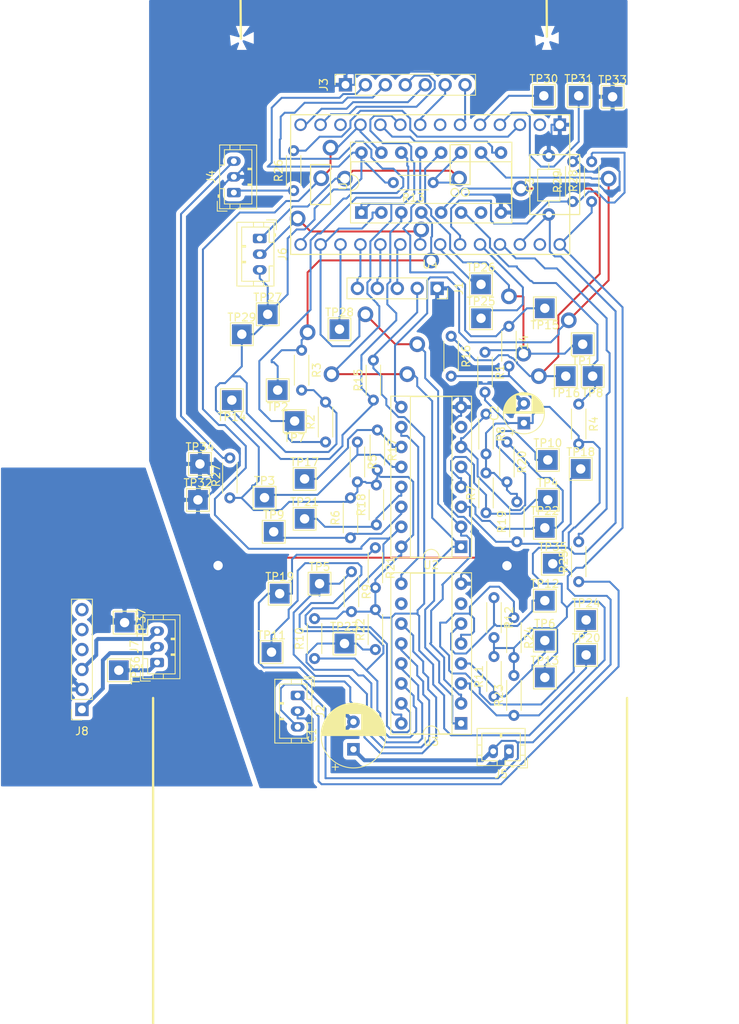
<source format=kicad_pcb>
(kicad_pcb (version 20171130) (host pcbnew 5.1.9+dfsg1-1)
  (layers (0 F.Cu signal hide) (31 B.Cu signal) (34 B.Paste user hide) (35 F.Paste user hide) (36 B.SilkS user hide) (37 F.SilkS user hide) (38 B.Mask user hide) (39 F.Mask user hide) (44 Edge.Cuts user hide))
  (net 0 "")
  (net 1 GND)
  (net 2 "Net-(J1-Pad3)")
  (net 3 "Net-(J2-Pad1)")
  (net 4 "Net-(J1-Pad4)")
  (net 5 "Net-(R25-Pad2)")
  (net 6 "Net-(R26-Pad2)")
  (net 7 "Net-(U1-Pad10)")
  (net 8 +5V)
  (net 9 +3V3)
  (net 10 "Net-(J1-Pad5)")
  (net 11 "Net-(J3-Pad3)")
  (net 12 "Net-(J3-Pad4)")
  (net 13 "Net-(J3-Pad5)")
  (net 14 "Net-(J3-Pad6)")
  (net 15 "Net-(J3-Pad7)")
  (net 16 "Net-(J4-Pad3)")
  (net 17 "Net-(J4-Pad1)")
  (net 18 "Net-(J6-Pad1)")
  (net 19 "Net-(J6-Pad2)")
  (net 20 "Net-(J7-Pad1)")
  (net 21 "Net-(J7-Pad2)")
  (net 22 "Net-(J7-Pad3)")
  (net 23 "Net-(J8-Pad2)")
  (net 24 "Net-(J8-Pad4)")
  (net 25 "Net-(J8-Pad5)")
  (net 26 "Net-(J8-Pad6)")
  (net 27 "Net-(R1-Pad1)")
  (net 28 "Net-(R2-Pad1)")
  (net 29 "Net-(R3-Pad1)")
  (net 30 "Net-(R4-Pad1)")
  (net 31 "Net-(R5-Pad1)")
  (net 32 "Net-(R6-Pad1)")
  (net 33 "Net-(R7-Pad1)")
  (net 34 "Net-(R8-Pad1)")
  (net 35 "Net-(R9-Pad1)")
  (net 36 "Net-(R10-Pad1)")
  (net 37 "Net-(R11-Pad1)")
  (net 38 "Net-(R12-Pad1)")
  (net 39 "Net-(R14-Pad1)")
  (net 40 "Net-(R15-Pad1)")
  (net 41 "Net-(R16-Pad1)")
  (net 42 "Net-(R17-Pad1)")
  (net 43 "Net-(R18-Pad1)")
  (net 44 "Net-(R19-Pad1)")
  (net 45 "Net-(R20-Pad1)")
  (net 46 "Net-(R21-Pad1)")
  (net 47 "Net-(R22-Pad1)")
  (net 48 "Net-(R23-Pad1)")
  (net 49 "Net-(R24-Pad1)")
  (net 50 /batt_check)
  (net 51 "Net-(TP25-Pad1)")
  (net 52 "Net-(TP26-Pad1)")
  (net 53 "Net-(TP28-Pad1)")
  (net 54 "Net-(TP30-Pad1)")
  (net 55 "Net-(TP31-Pad1)")
  (net 56 /SR_SH)
  (net 57 /SR_DO)
  (net 58 /SR_CLK)
  (net 59 "Net-(U1-Pad7)")
  (net 60 /SR_CLK_INH)
  (net 61 "Net-(U2-Pad7)")
  (net 62 "Net-(U2-Pad10)")
  (net 63 "Net-(U3-Pad10)")
  (net 64 "Net-(U3-Pad7)")
  (net 65 "Net-(U4-Pad32)")
  (net 66 "Net-(U4-Pad12)")
  (net 67 "Net-(U4-Pad7)")
  (net 68 "Net-(U4-Pad2)")
  (module TestPoint:TestPoint_THTPad_2.5x2.5mm_Drill1.2mm (layer F.Cu) (at 253.238 64.262 180)
    (fp_text reference TP8 (at 0 -2.148) (layer F.SilkS))
    (fp_text value T8)
    (pad 1 thru_hole rect (at 0 0 180) (size 2.5 2.5) (drill 1.2) (layers *.Cu *.Mask) (net 30 "Net-(R4-Pad1)"))
  )
  (module TestPoint:TestPoint_THTPad_2.5x2.5mm_Drill1.2mm (layer F.Cu) (at 247.142 102.616)
    (fp_text reference TP13 (at 0 -2.148) (layer F.SilkS))
    (fp_text value 3.3)
    (pad 1 thru_hole rect (at 0 0) (size 2.5 2.5) (drill 1.2) (layers *.Cu *.Mask) (net 9 +3V3))
  )
  (module Capacitor_THT:CP_Radial_D8.0mm_P3.50mm (layer F.Cu) (at 222.758 111.76 90)
    (fp_text reference C1 (at 1.75 -5.25 90) (layer F.SilkS))
    (fp_text value "1000u Ch")
    (pad 1 thru_hole rect (at 0 0 90) (size 1.6 1.6) (drill 0.8) (layers *.Cu *.Mask) (net 8 +5V))
    (pad 2 thru_hole circle (at 3.5 0 90) (size 1.6 1.6) (drill 0.8) (layers *.Cu *.Mask) (net 1 GND))
  )
  (module Package_DIP:DIP-16_W7.62mm_Socket (layer F.Cu) (at 236.474 85.979 180)
    (fp_text reference U2 (at 3.81 -2.33) (layer F.SilkS))
    (fp_text value 74HC165)
    (pad 16 thru_hole oval (at 7.62 0 180) (size 1.6 1.6) (drill 0.8) (layers *.Cu *.Mask) (net 9 +3V3))
    (pad 8 thru_hole oval (at 0 17.78 180) (size 1.6 1.6) (drill 0.8) (layers *.Cu *.Mask) (net 1 GND))
    (pad 15 thru_hole oval (at 7.62 2.54 180) (size 1.6 1.6) (drill 0.8) (layers *.Cu *.Mask) (net 60 /SR_CLK_INH))
    (pad 7 thru_hole oval (at 0 15.24 180) (size 1.6 1.6) (drill 0.8) (layers *.Cu *.Mask) (net 61 "Net-(U2-Pad7)"))
    (pad 14 thru_hole oval (at 7.62 5.08 180) (size 1.6 1.6) (drill 0.8) (layers *.Cu *.Mask) (net 32 "Net-(R6-Pad1)"))
    (pad 6 thru_hole oval (at 0 12.7 180) (size 1.6 1.6) (drill 0.8) (layers *.Cu *.Mask) (net 34 "Net-(R8-Pad1)"))
    (pad 13 thru_hole oval (at 7.62 7.62 180) (size 1.6 1.6) (drill 0.8) (layers *.Cu *.Mask) (net 43 "Net-(R18-Pad1)"))
    (pad 5 thru_hole oval (at 0 10.16 180) (size 1.6 1.6) (drill 0.8) (layers *.Cu *.Mask) (net 45 "Net-(R20-Pad1)"))
    (pad 12 thru_hole oval (at 7.62 10.16 180) (size 1.6 1.6) (drill 0.8) (layers *.Cu *.Mask) (net 31 "Net-(R5-Pad1)"))
    (pad 4 thru_hole oval (at 0 7.62 180) (size 1.6 1.6) (drill 0.8) (layers *.Cu *.Mask) (net 33 "Net-(R7-Pad1)"))
    (pad 11 thru_hole oval (at 7.62 12.7 180) (size 1.6 1.6) (drill 0.8) (layers *.Cu *.Mask) (net 42 "Net-(R17-Pad1)"))
    (pad 3 thru_hole oval (at 0 5.08 180) (size 1.6 1.6) (drill 0.8) (layers *.Cu *.Mask) (net 44 "Net-(R19-Pad1)"))
    (pad 10 thru_hole oval (at 7.62 15.24 180) (size 1.6 1.6) (drill 0.8) (layers *.Cu *.Mask) (net 62 "Net-(U2-Pad10)"))
    (pad 2 thru_hole oval (at 0 2.54 180) (size 1.6 1.6) (drill 0.8) (layers *.Cu *.Mask) (net 58 /SR_CLK))
    (pad 9 thru_hole oval (at 7.62 17.78 180) (size 1.6 1.6) (drill 0.8) (layers *.Cu *.Mask) (net 7 "Net-(U1-Pad10)"))
    (pad 1 thru_hole rect (at 0 0 180) (size 1.6 1.6) (drill 0.8) (layers *.Cu *.Mask) (net 56 /SR_SH))
  )
  (module Capacitor_THT:CP_Radial_D5.0mm_P2.50mm (layer F.Cu) (at 244.475 70.231 90)
    (fp_text reference C2 (at 1.25 -3.75 90) (layer F.SilkS))
    (fp_text value 100u)
    (pad 1 thru_hole rect (at 0 0 90) (size 1.6 1.6) (drill 0.8) (layers *.Cu *.Mask) (net 9 +3V3))
    (pad 2 thru_hole circle (at 2.5 0 90) (size 1.6 1.6) (drill 0.8) (layers *.Cu *.Mask) (net 1 GND))
  )
  (module Capacitor_THT:C_Axial_L3.8mm_D2.6mm_P7.50mm_Horizontal (layer F.Cu) (at 247.65 43.688 90)
    (fp_text reference C3 (at 3.75 -2.42 90) (layer F.SilkS))
    (fp_text value "0.1 ceram")
    (pad 1 thru_hole circle (at 0 0 90) (size 1.6 1.6) (drill 0.8) (layers *.Cu *.Mask) (net 9 +3V3))
    (pad 2 thru_hole oval (at 7.5 0 90) (size 1.6 1.6) (drill 0.8) (layers *.Cu *.Mask) (net 1 GND))
  )
  (module Connector_JST:JST_PH_B3B-PH-K_1x03_P2.00mm_Vertical (layer F.Cu) (at 197.739 100.711 90)
    (fp_text reference J7 (at 2 -2.9 90) (layer F.SilkS))
    (fp_text value Conn_01x03_Female)
    (pad 1 thru_hole roundrect (at 0 0 90) (size 1.2 1.75) (drill 0.75) (layers *.Cu *.Mask) (roundrect_rratio 0.2083325) (net 20 "Net-(J7-Pad1)"))
    (pad 2 thru_hole oval (at 2 0 90) (size 1.2 1.75) (drill 0.75) (layers *.Cu *.Mask) (net 21 "Net-(J7-Pad2)"))
    (pad 3 thru_hole oval (at 4 0 90) (size 1.2 1.75) (drill 0.75) (layers *.Cu *.Mask) (net 22 "Net-(J7-Pad3)"))
  )
  (module Connector_PinSocket_2.54mm:PinSocket_1x06_P2.54mm_Vertical (layer F.Cu) (at 188.1632 106.68 180)
    (fp_text reference J8 (at 0 -2.77) (layer F.SilkS))
    (fp_text value MXP5010)
    (pad 1 thru_hole rect (at 0 0 180) (size 1.7 1.7) (drill 1) (layers *.Cu *.Mask) (net 21 "Net-(J7-Pad2)"))
    (pad 2 thru_hole oval (at 0 2.54 180) (size 1.7 1.7) (drill 1) (layers *.Cu *.Mask) (net 23 "Net-(J8-Pad2)"))
    (pad 3 thru_hole oval (at 0 5.08 180) (size 1.7 1.7) (drill 1) (layers *.Cu *.Mask) (net 22 "Net-(J7-Pad3)"))
    (pad 4 thru_hole oval (at 0 7.62 180) (size 1.7 1.7) (drill 1) (layers *.Cu *.Mask) (net 24 "Net-(J8-Pad4)"))
    (pad 5 thru_hole oval (at 0 10.16 180) (size 1.7 1.7) (drill 1) (layers *.Cu *.Mask) (net 25 "Net-(J8-Pad5)"))
    (pad 6 thru_hole oval (at 0 12.7 180) (size 1.7 1.7) (drill 1) (layers *.Cu *.Mask) (net 26 "Net-(J8-Pad6)"))
  )
  (module Resistor_THT:R_Axial_DIN0204_L3.6mm_D1.6mm_P5.08mm_Horizontal (layer F.Cu) (at 239.522 61.214 270)
    (fp_text reference R1 (at 2.54 -1.92 90) (layer F.SilkS))
    (fp_text value 10k)
    (pad 2 thru_hole oval (at 5.08 0 270) (size 1.4 1.4) (drill 0.7) (layers *.Cu *.Mask) (net 9 +3V3))
    (pad 1 thru_hole circle (at 0 0 270) (size 1.4 1.4) (drill 0.7) (layers *.Cu *.Mask) (net 27 "Net-(R1-Pad1)"))
  )
  (module Resistor_THT:R_Axial_DIN0204_L3.6mm_D1.6mm_P5.08mm_Horizontal (layer F.Cu) (at 219.202 72.644 90)
    (fp_text reference R2 (at 2.54 -1.92 90) (layer F.SilkS))
    (fp_text value 10k)
    (pad 2 thru_hole oval (at 5.08 0 90) (size 1.4 1.4) (drill 0.7) (layers *.Cu *.Mask) (net 9 +3V3))
    (pad 1 thru_hole circle (at 0 0 90) (size 1.4 1.4) (drill 0.7) (layers *.Cu *.Mask) (net 28 "Net-(R2-Pad1)"))
  )
  (module Resistor_THT:R_Axial_DIN0204_L3.6mm_D1.6mm_P5.08mm_Horizontal (layer F.Cu) (at 216.154 60.96 270)
    (fp_text reference R3 (at 2.54 -1.92 90) (layer F.SilkS))
    (fp_text value 10k)
    (pad 2 thru_hole oval (at 5.08 0 270) (size 1.4 1.4) (drill 0.7) (layers *.Cu *.Mask) (net 9 +3V3))
    (pad 1 thru_hole circle (at 0 0 270) (size 1.4 1.4) (drill 0.7) (layers *.Cu *.Mask) (net 29 "Net-(R3-Pad1)"))
  )
  (module Resistor_THT:R_Axial_DIN0204_L3.6mm_D1.6mm_P5.08mm_Horizontal (layer F.Cu) (at 251.46 67.818 270)
    (fp_text reference R4 (at 2.54 -1.92 90) (layer F.SilkS))
    (fp_text value 10k)
    (pad 2 thru_hole oval (at 5.08 0 270) (size 1.4 1.4) (drill 0.7) (layers *.Cu *.Mask) (net 9 +3V3))
    (pad 1 thru_hole circle (at 0 0 270) (size 1.4 1.4) (drill 0.7) (layers *.Cu *.Mask) (net 30 "Net-(R4-Pad1)"))
  )
  (module Resistor_THT:R_Axial_DIN0204_L3.6mm_D1.6mm_P5.08mm_Horizontal (layer F.Cu) (at 223.266 72.644 270)
    (fp_text reference R5 (at 2.54 -1.92 90) (layer F.SilkS))
    (fp_text value 10k)
    (pad 2 thru_hole oval (at 5.08 0 270) (size 1.4 1.4) (drill 0.7) (layers *.Cu *.Mask) (net 9 +3V3))
    (pad 1 thru_hole circle (at 0 0 270) (size 1.4 1.4) (drill 0.7) (layers *.Cu *.Mask) (net 31 "Net-(R5-Pad1)"))
  )
  (module Resistor_THT:R_Axial_DIN0204_L3.6mm_D1.6mm_P5.08mm_Horizontal (layer F.Cu) (at 222.377 84.836 90)
    (fp_text reference R6 (at 2.54 -1.92 90) (layer F.SilkS))
    (fp_text value 10k)
    (pad 2 thru_hole oval (at 5.08 0 90) (size 1.4 1.4) (drill 0.7) (layers *.Cu *.Mask) (net 9 +3V3))
    (pad 1 thru_hole circle (at 0 0 90) (size 1.4 1.4) (drill 0.7) (layers *.Cu *.Mask) (net 32 "Net-(R6-Pad1)"))
  )
  (module Resistor_THT:R_Axial_DIN0204_L3.6mm_D1.6mm_P5.08mm_Horizontal (layer F.Cu) (at 239.649 81.661 90)
    (fp_text reference R7 (at 2.54 -1.92 90) (layer F.SilkS))
    (fp_text value 10k)
    (pad 2 thru_hole oval (at 5.08 0 90) (size 1.4 1.4) (drill 0.7) (layers *.Cu *.Mask) (net 9 +3V3))
    (pad 1 thru_hole circle (at 0 0 90) (size 1.4 1.4) (drill 0.7) (layers *.Cu *.Mask) (net 33 "Net-(R7-Pad1)"))
  )
  (module Resistor_THT:R_Axial_DIN0204_L3.6mm_D1.6mm_P5.08mm_Horizontal (layer F.Cu) (at 239.649 69.088 270)
    (fp_text reference R8 (at 2.54 -1.92 90) (layer F.SilkS))
    (fp_text value 10k)
    (pad 2 thru_hole oval (at 5.08 0 270) (size 1.4 1.4) (drill 0.7) (layers *.Cu *.Mask) (net 9 +3V3))
    (pad 1 thru_hole circle (at 0 0 270) (size 1.4 1.4) (drill 0.7) (layers *.Cu *.Mask) (net 34 "Net-(R8-Pad1)"))
  )
  (module Resistor_THT:R_Axial_DIN0204_L3.6mm_D1.6mm_P5.08mm_Horizontal (layer F.Cu) (at 222.504 89.154 270)
    (fp_text reference R9 (at 2.54 -1.92 90) (layer F.SilkS))
    (fp_text value 10k)
    (pad 2 thru_hole oval (at 5.08 0 270) (size 1.4 1.4) (drill 0.7) (layers *.Cu *.Mask) (net 9 +3V3))
    (pad 1 thru_hole circle (at 0 0 270) (size 1.4 1.4) (drill 0.7) (layers *.Cu *.Mask) (net 35 "Net-(R9-Pad1)"))
  )
  (module Resistor_THT:R_Axial_DIN0204_L3.6mm_D1.6mm_P5.08mm_Horizontal (layer F.Cu) (at 217.805 100.203 90)
    (fp_text reference R10 (at 2.54 -1.92 90) (layer F.SilkS))
    (fp_text value 10k)
    (pad 2 thru_hole oval (at 5.08 0 90) (size 1.4 1.4) (drill 0.7) (layers *.Cu *.Mask) (net 9 +3V3))
    (pad 1 thru_hole circle (at 0 0 90) (size 1.4 1.4) (drill 0.7) (layers *.Cu *.Mask) (net 36 "Net-(R10-Pad1)"))
  )
  (module Resistor_THT:R_Axial_DIN0204_L3.6mm_D1.6mm_P5.08mm_Horizontal (layer F.Cu) (at 240.665 105.029 90)
    (fp_text reference R11 (at 2.54 -1.92 90) (layer F.SilkS))
    (fp_text value 10k)
    (pad 2 thru_hole oval (at 5.08 0 90) (size 1.4 1.4) (drill 0.7) (layers *.Cu *.Mask) (net 9 +3V3))
    (pad 1 thru_hole circle (at 0 0 90) (size 1.4 1.4) (drill 0.7) (layers *.Cu *.Mask) (net 37 "Net-(R11-Pad1)"))
  )
  (module Resistor_THT:R_Axial_DIN0204_L3.6mm_D1.6mm_P5.08mm_Horizontal (layer F.Cu) (at 240.665 92.456 270)
    (fp_text reference R12 (at 2.54 -1.92 90) (layer F.SilkS))
    (fp_text value 10k)
    (pad 1 thru_hole circle (at 0 0 270) (size 1.4 1.4) (drill 0.7) (layers *.Cu *.Mask) (net 38 "Net-(R12-Pad1)"))
    (pad 2 thru_hole oval (at 5.08 0 270) (size 1.4 1.4) (drill 0.7) (layers *.Cu *.Mask) (net 9 +3V3))
  )
  (module Resistor_THT:R_Axial_DIN0204_L3.6mm_D1.6mm_P5.08mm_Horizontal (layer F.Cu) (at 232.918 39.624 180)
    (fp_text reference R13 (at 2.54 -1.92) (layer F.SilkS))
    (fp_text value 10k)
    (pad 1 thru_hole circle (at 0 0 180) (size 1.4 1.4) (drill 0.7) (layers *.Cu *.Mask) (net 18 "Net-(J6-Pad1)"))
    (pad 2 thru_hole oval (at 5.08 0 180) (size 1.4 1.4) (drill 0.7) (layers *.Cu *.Mask) (net 9 +3V3))
  )
  (module Resistor_THT:R_Axial_DIN0204_L3.6mm_D1.6mm_P5.08mm_Horizontal (layer F.Cu) (at 242.57 57.912 270)
    (fp_text reference R14 (at 2.54 -1.92 90) (layer F.SilkS))
    (fp_text value 10k)
    (pad 1 thru_hole circle (at 0 0 270) (size 1.4 1.4) (drill 0.7) (layers *.Cu *.Mask) (net 39 "Net-(R14-Pad1)"))
    (pad 2 thru_hole oval (at 5.08 0 270) (size 1.4 1.4) (drill 0.7) (layers *.Cu *.Mask) (net 9 +3V3))
  )
  (module Resistor_THT:R_Axial_DIN0204_L3.6mm_D1.6mm_P5.08mm_Horizontal (layer F.Cu) (at 225.298 67.31 90)
    (fp_text reference R15 (at 2.54 -1.92 90) (layer F.SilkS))
    (fp_text value 10k)
    (pad 1 thru_hole circle (at 0 0 90) (size 1.4 1.4) (drill 0.7) (layers *.Cu *.Mask) (net 40 "Net-(R15-Pad1)"))
    (pad 2 thru_hole oval (at 5.08 0 90) (size 1.4 1.4) (drill 0.7) (layers *.Cu *.Mask) (net 9 +3V3))
  )
  (module Resistor_THT:R_Axial_DIN0204_L3.6mm_D1.6mm_P5.08mm_Horizontal (layer F.Cu) (at 235.204 59.182 270)
    (fp_text reference R16 (at 2.54 -1.92 90) (layer F.SilkS))
    (fp_text value 10k)
    (pad 1 thru_hole circle (at 0 0 270) (size 1.4 1.4) (drill 0.7) (layers *.Cu *.Mask) (net 41 "Net-(R16-Pad1)"))
    (pad 2 thru_hole oval (at 5.08 0 270) (size 1.4 1.4) (drill 0.7) (layers *.Cu *.Mask) (net 9 +3V3))
  )
  (module Resistor_THT:R_Axial_DIN0204_L3.6mm_D1.6mm_P5.08mm_Horizontal (layer F.Cu) (at 225.806 71.12 270)
    (fp_text reference R17 (at 2.54 -1.92 90) (layer F.SilkS))
    (fp_text value 10k)
    (pad 1 thru_hole circle (at 0 0 270) (size 1.4 1.4) (drill 0.7) (layers *.Cu *.Mask) (net 42 "Net-(R17-Pad1)"))
    (pad 2 thru_hole oval (at 5.08 0 270) (size 1.4 1.4) (drill 0.7) (layers *.Cu *.Mask) (net 9 +3V3))
  )
  (module Resistor_THT:R_Axial_DIN0204_L3.6mm_D1.6mm_P5.08mm_Horizontal (layer F.Cu) (at 225.679 83.185 90)
    (fp_text reference R18 (at 2.54 -1.92 90) (layer F.SilkS))
    (fp_text value 10k)
    (pad 1 thru_hole circle (at 0 0 90) (size 1.4 1.4) (drill 0.7) (layers *.Cu *.Mask) (net 43 "Net-(R18-Pad1)"))
    (pad 2 thru_hole oval (at 5.08 0 90) (size 1.4 1.4) (drill 0.7) (layers *.Cu *.Mask) (net 9 +3V3))
  )
  (module Resistor_THT:R_Axial_DIN0204_L3.6mm_D1.6mm_P5.08mm_Horizontal (layer F.Cu) (at 243.586 85.344 90)
    (fp_text reference R19 (at 2.54 -1.92 90) (layer F.SilkS))
    (fp_text value 10k)
    (pad 1 thru_hole circle (at 0 0 90) (size 1.4 1.4) (drill 0.7) (layers *.Cu *.Mask) (net 44 "Net-(R19-Pad1)"))
    (pad 2 thru_hole oval (at 5.08 0 90) (size 1.4 1.4) (drill 0.7) (layers *.Cu *.Mask) (net 9 +3V3))
  )
  (module Resistor_THT:R_Axial_DIN0204_L3.6mm_D1.6mm_P5.08mm_Horizontal (layer F.Cu) (at 242.316 72.644 270)
    (fp_text reference R20 (at 2.54 -1.92 90) (layer F.SilkS))
    (fp_text value 10k)
    (pad 1 thru_hole circle (at 0 0 270) (size 1.4 1.4) (drill 0.7) (layers *.Cu *.Mask) (net 45 "Net-(R20-Pad1)"))
    (pad 2 thru_hole oval (at 5.08 0 270) (size 1.4 1.4) (drill 0.7) (layers *.Cu *.Mask) (net 9 +3V3))
  )
  (module Resistor_THT:R_Axial_DIN0204_L3.6mm_D1.6mm_P5.08mm_Horizontal (layer F.Cu) (at 225.552 86.106 270)
    (fp_text reference R21 (at 2.54 -1.92 90) (layer F.SilkS))
    (fp_text value 10k)
    (pad 1 thru_hole circle (at 0 0 270) (size 1.4 1.4) (drill 0.7) (layers *.Cu *.Mask) (net 46 "Net-(R21-Pad1)"))
    (pad 2 thru_hole oval (at 5.08 0 270) (size 1.4 1.4) (drill 0.7) (layers *.Cu *.Mask) (net 9 +3V3))
  )
  (module Resistor_THT:R_Axial_DIN0204_L3.6mm_D1.6mm_P5.08mm_Horizontal (layer F.Cu) (at 225.552 99.06 90)
    (fp_text reference R22 (at 2.54 -1.92 90) (layer F.SilkS))
    (fp_text value 10k)
    (pad 1 thru_hole circle (at 0 0 90) (size 1.4 1.4) (drill 0.7) (layers *.Cu *.Mask) (net 47 "Net-(R22-Pad1)"))
    (pad 2 thru_hole oval (at 5.08 0 90) (size 1.4 1.4) (drill 0.7) (layers *.Cu *.Mask) (net 9 +3V3))
  )
  (module Resistor_THT:R_Axial_DIN0204_L3.6mm_D1.6mm_P5.08mm_Horizontal (layer F.Cu) (at 243.205 107.442 90)
    (fp_text reference R23 (at 2.54 -1.92 90) (layer F.SilkS))
    (fp_text value 10k)
    (pad 1 thru_hole circle (at 0 0 90) (size 1.4 1.4) (drill 0.7) (layers *.Cu *.Mask) (net 48 "Net-(R23-Pad1)"))
    (pad 2 thru_hole oval (at 5.08 0 90) (size 1.4 1.4) (drill 0.7) (layers *.Cu *.Mask) (net 9 +3V3))
  )
  (module Resistor_THT:R_Axial_DIN0204_L3.6mm_D1.6mm_P5.08mm_Horizontal (layer F.Cu) (at 243.205 94.996 270)
    (fp_text reference R24 (at 2.54 -1.92 90) (layer F.SilkS))
    (fp_text value 10k)
    (pad 1 thru_hole circle (at 0 0 270) (size 1.4 1.4) (drill 0.7) (layers *.Cu *.Mask) (net 49 "Net-(R24-Pad1)"))
    (pad 2 thru_hole oval (at 5.08 0 270) (size 1.4 1.4) (drill 0.7) (layers *.Cu *.Mask) (net 9 +3V3))
  )
  (module Resistor_THT:R_Axial_DIN0204_L3.6mm_D1.6mm_P5.08mm_Horizontal (layer F.Cu) (at 215.138 40.64 90)
    (fp_text reference R26 (at 2.54 -1.92 90) (layer F.SilkS))
    (fp_text value 10)
    (pad 1 thru_hole circle (at 0 0 90) (size 1.4 1.4) (drill 0.7) (layers *.Cu *.Mask) (net 17 "Net-(J4-Pad1)"))
    (pad 2 thru_hole oval (at 5.08 0 90) (size 1.4 1.4) (drill 0.7) (layers *.Cu *.Mask) (net 6 "Net-(R26-Pad2)"))
  )
  (module Resistor_THT:R_Axial_DIN0204_L3.6mm_D1.6mm_P5.08mm_Horizontal (layer F.Cu) (at 207.01 79.756 90)
    (fp_text reference R27 (at 2.8194 -1.7526 90) (layer F.SilkS))
    (fp_text value 33)
    (pad 1 thru_hole circle (at 0 0 90) (size 1.4 1.4) (drill 0.7) (layers *.Cu *.Mask) (net 9 +3V3))
    (pad 2 thru_hole oval (at 5.08 0 90) (size 1.4 1.4) (drill 0.7) (layers *.Cu *.Mask) (net 16 "Net-(J4-Pad3)"))
  )
  (module Resistor_THT:R_Axial_DIN0204_L3.6mm_D1.6mm_P5.08mm_Horizontal (layer F.Cu) (at 253.111 42.037 90)
    (fp_text reference R28 (at 2.644999 -2.345001 90) (layer F.SilkS))
    (fp_text value 22k)
    (pad 2 thru_hole oval (at 5.08 0 90) (size 1.4 1.4) (drill 0.7) (layers *.Cu *.Mask) (net 50 /batt_check))
    (pad 1 thru_hole circle (at 0 0 90) (size 1.4 1.4) (drill 0.7) (layers *.Cu *.Mask) (net 8 +5V))
  )
  (module Resistor_THT:R_Axial_DIN0204_L3.6mm_D1.6mm_P5.08mm_Horizontal (layer F.Cu) (at 250.698 42.037 90)
    (fp_text reference R29 (at 2.54 -1.92 90) (layer F.SilkS))
    (fp_text value 22k)
    (pad 2 thru_hole oval (at 5.08 0 90) (size 1.4 1.4) (drill 0.7) (layers *.Cu *.Mask) (net 1 GND))
    (pad 1 thru_hole circle (at 0 0 90) (size 1.4 1.4) (drill 0.7) (layers *.Cu *.Mask) (net 50 /batt_check))
  )
  (module TestPoint:TestPoint_THTPad_2.5x2.5mm_Drill1.2mm (layer F.Cu) (at 251.968 60.198 180)
    (fp_text reference TP1 (at 0 -2.148) (layer F.SilkS))
    (fp_text value T2)
    (pad 1 thru_hole rect (at 0 0 180) (size 2.5 2.5) (drill 1.2) (layers *.Cu *.Mask) (net 27 "Net-(R1-Pad1)"))
  )
  (module TestPoint:TestPoint_THTPad_2.5x2.5mm_Drill1.2mm (layer F.Cu) (at 213.106 66.04 180)
    (fp_text reference TP2 (at 0 -2.148) (layer F.SilkS))
    (fp_text value T6)
    (pad 1 thru_hole rect (at 0 0 180) (size 2.5 2.5) (drill 1.2) (layers *.Cu *.Mask) (net 29 "Net-(R3-Pad1)"))
  )
  (module TestPoint:TestPoint_THTPad_2.5x2.5mm_Drill1.2mm (layer F.Cu) (at 211.43 79.7306)
    (fp_text reference TP3 (at 0 -2.148) (layer F.SilkS))
    (fp_text value T10)
    (pad 1 thru_hole rect (at 0 0) (size 2.5 2.5) (drill 1.2) (layers *.Cu *.Mask) (net 31 "Net-(R5-Pad1)"))
  )
  (module TestPoint:TestPoint_THTPad_2.5x2.5mm_Drill1.2mm (layer F.Cu) (at 247.523 80.01)
    (fp_text reference TP4 (at 0 -2.148) (layer F.SilkS))
    (fp_text value T14)
    (pad 1 thru_hole rect (at 0 0) (size 2.5 2.5) (drill 1.2) (layers *.Cu *.Mask) (net 33 "Net-(R7-Pad1)"))
  )
  (module TestPoint:TestPoint_THTPad_2.5x2.5mm_Drill1.2mm (layer F.Cu) (at 218.44 90.678)
    (fp_text reference TP5 (at 0 -2.148) (layer F.SilkS))
    (fp_text value T18)
    (pad 1 thru_hole rect (at 0 0) (size 2.5 2.5) (drill 1.2) (layers *.Cu *.Mask) (net 35 "Net-(R9-Pad1)"))
  )
  (module TestPoint:TestPoint_THTPad_2.5x2.5mm_Drill1.2mm (layer F.Cu) (at 247.142 97.917)
    (fp_text reference TP6 (at 0 -2.148) (layer F.SilkS))
    (fp_text value T22)
    (pad 1 thru_hole rect (at 0 0) (size 2.5 2.5) (drill 1.2) (layers *.Cu *.Mask) (net 37 "Net-(R11-Pad1)"))
  )
  (module TestPoint:TestPoint_THTPad_2.5x2.5mm_Drill1.2mm (layer F.Cu) (at 215.265 69.977 180)
    (fp_text reference TP7 (at 0 -2.148) (layer F.SilkS))
    (fp_text value T4)
    (pad 1 thru_hole rect (at 0 0 180) (size 2.5 2.5) (drill 1.2) (layers *.Cu *.Mask) (net 28 "Net-(R2-Pad1)"))
  )
  (module TestPoint:TestPoint_THTPad_2.5x2.5mm_Drill1.2mm (layer F.Cu) (at 212.598 84.074)
    (fp_text reference TP9 (at 0 -2.148) (layer F.SilkS))
    (fp_text value T12)
    (pad 1 thru_hole rect (at 0 0) (size 2.5 2.5) (drill 1.2) (layers *.Cu *.Mask) (net 32 "Net-(R6-Pad1)"))
  )
  (module TestPoint:TestPoint_THTPad_2.5x2.5mm_Drill1.2mm (layer F.Cu) (at 247.523 74.93)
    (fp_text reference TP10 (at 0 -2.148) (layer F.SilkS))
    (fp_text value T16)
    (pad 1 thru_hole rect (at 0 0) (size 2.5 2.5) (drill 1.2) (layers *.Cu *.Mask) (net 34 "Net-(R8-Pad1)"))
  )
  (module TestPoint:TestPoint_THTPad_2.5x2.5mm_Drill1.2mm (layer F.Cu) (at 212.319 99.3902)
    (fp_text reference TP11 (at 0 -2.148) (layer F.SilkS))
    (fp_text value T20)
    (pad 1 thru_hole rect (at 0 0) (size 2.5 2.5) (drill 1.2) (layers *.Cu *.Mask) (net 36 "Net-(R10-Pad1)"))
  )
  (module TestPoint:TestPoint_THTPad_2.5x2.5mm_Drill1.2mm (layer F.Cu) (at 247.142 92.837)
    (fp_text reference TP12 (at 0 -2.148) (layer F.SilkS))
    (fp_text value T24)
    (pad 1 thru_hole rect (at 0 0) (size 2.5 2.5) (drill 1.2) (layers *.Cu *.Mask) (net 38 "Net-(R12-Pad1)"))
  )
  (module TestPoint:TestPoint_THTPad_2.5x2.5mm_Drill1.2mm (layer F.Cu) (at 207.264 67.31 180)
    (fp_text reference TP14 (at 0 -2.148) (layer F.SilkS))
    (fp_text value T5)
    (pad 1 thru_hole rect (at 0 0 180) (size 2.5 2.5) (drill 1.2) (layers *.Cu *.Mask) (net 40 "Net-(R15-Pad1)"))
  )
  (module TestPoint:TestPoint_THTPad_2.5x2.5mm_Drill1.2mm (layer F.Cu) (at 247.142 55.626 180)
    (fp_text reference TP15 (at 0 -2.148) (layer F.SilkS))
    (fp_text value T3)
    (pad 1 thru_hole rect (at 0 0 180) (size 2.5 2.5) (drill 1.2) (layers *.Cu *.Mask) (net 39 "Net-(R14-Pad1)"))
  )
  (module TestPoint:TestPoint_THTPad_2.5x2.5mm_Drill1.2mm (layer F.Cu) (at 249.809 64.262 180)
    (fp_text reference TP16 (at 0 -2.148) (layer F.SilkS))
    (fp_text value T7)
    (pad 1 thru_hole rect (at 0 0 180) (size 2.5 2.5) (drill 1.2) (layers *.Cu *.Mask) (net 41 "Net-(R16-Pad1)"))
  )
  (module TestPoint:TestPoint_THTPad_2.5x2.5mm_Drill1.2mm (layer F.Cu) (at 216.535 77.343)
    (fp_text reference TP17 (at 0 -2.148) (layer F.SilkS))
    (fp_text value T9)
    (pad 1 thru_hole rect (at 0 0) (size 2.5 2.5) (drill 1.2) (layers *.Cu *.Mask) (net 42 "Net-(R17-Pad1)"))
  )
  (module TestPoint:TestPoint_THTPad_2.5x2.5mm_Drill1.2mm (layer F.Cu) (at 251.714 76.073)
    (fp_text reference TP18 (at 0 -2.148) (layer F.SilkS))
    (fp_text value T13)
    (pad 1 thru_hole rect (at 0 0) (size 2.5 2.5) (drill 1.2) (layers *.Cu *.Mask) (net 44 "Net-(R19-Pad1)"))
  )
  (module TestPoint:TestPoint_THTPad_2.5x2.5mm_Drill1.2mm (layer F.Cu) (at 213.36 91.948)
    (fp_text reference TP19 (at 0 -2.148) (layer F.SilkS))
    (fp_text value T17)
    (pad 1 thru_hole rect (at 0 0) (size 2.5 2.5) (drill 1.2) (layers *.Cu *.Mask) (net 46 "Net-(R21-Pad1)"))
  )
  (module TestPoint:TestPoint_THTPad_2.5x2.5mm_Drill1.2mm (layer F.Cu) (at 252.4 99.7458)
    (fp_text reference TP20 (at 0 -2.148) (layer F.SilkS))
    (fp_text value T21)
    (pad 1 thru_hole rect (at 0 0) (size 2.5 2.5) (drill 1.2) (layers *.Cu *.Mask) (net 48 "Net-(R23-Pad1)"))
  )
  (module TestPoint:TestPoint_THTPad_2.5x2.5mm_Drill1.2mm (layer F.Cu) (at 216.535 82.423)
    (fp_text reference TP21 (at 0 -2.148) (layer F.SilkS))
    (fp_text value T11)
    (pad 1 thru_hole rect (at 0 0) (size 2.5 2.5) (drill 1.2) (layers *.Cu *.Mask) (net 43 "Net-(R18-Pad1)"))
  )
  (module TestPoint:TestPoint_THTPad_2.5x2.5mm_Drill1.2mm (layer F.Cu) (at 247.142 83.566)
    (fp_text reference TP22 (at 0 -2.148) (layer F.SilkS))
    (fp_text value T15)
    (pad 1 thru_hole rect (at 0 0) (size 2.5 2.5) (drill 1.2) (layers *.Cu *.Mask) (net 45 "Net-(R20-Pad1)"))
  )
  (module TestPoint:TestPoint_THTPad_2.5x2.5mm_Drill1.2mm (layer F.Cu) (at 221.615 98.298)
    (fp_text reference TP23 (at 0 -2.148) (layer F.SilkS))
    (fp_text value T19)
    (pad 1 thru_hole rect (at 0 0) (size 2.5 2.5) (drill 1.2) (layers *.Cu *.Mask) (net 47 "Net-(R22-Pad1)"))
  )
  (module TestPoint:TestPoint_THTPad_2.5x2.5mm_Drill1.2mm (layer F.Cu) (at 252.4 95.3008)
    (fp_text reference TP24 (at 0 -2.148) (layer F.SilkS))
    (fp_text value T23)
    (pad 1 thru_hole rect (at 0 0) (size 2.5 2.5) (drill 1.2) (layers *.Cu *.Mask) (net 49 "Net-(R24-Pad1)"))
  )
  (module TestPoint:TestPoint_THTPad_2.5x2.5mm_Drill1.2mm (layer F.Cu) (at 239.014 56.896)
    (fp_text reference TP25 (at 0 -2.148) (layer F.SilkS))
    (fp_text value A8)
    (pad 1 thru_hole rect (at 0 0) (size 2.5 2.5) (drill 1.2) (layers *.Cu *.Mask) (net 51 "Net-(TP25-Pad1)"))
  )
  (module TestPoint:TestPoint_THTPad_2.5x2.5mm_Drill1.2mm (layer F.Cu) (at 239.014 52.578)
    (fp_text reference TP26 (at 0 -2.148) (layer F.SilkS))
    (fp_text value A6)
    (pad 1 thru_hole rect (at 0 0) (size 2.5 2.5) (drill 1.2) (layers *.Cu *.Mask) (net 52 "Net-(TP26-Pad1)"))
  )
  (module TestPoint:TestPoint_THTPad_2.5x2.5mm_Drill1.2mm (layer F.Cu) (at 220.98 58.293)
    (fp_text reference TP28 (at 0 -2.148) (layer F.SilkS))
    (fp_text value A1)
    (pad 1 thru_hole rect (at 0 0) (size 2.5 2.5) (drill 1.2) (layers *.Cu *.Mask) (net 53 "Net-(TP28-Pad1)"))
  )
  (module TestPoint:TestPoint_THTPad_2.5x2.5mm_Drill1.2mm (layer F.Cu) (at 247.015 28.575)
    (fp_text reference TP30 (at 0 -2.148) (layer F.SilkS))
    (fp_text value D3)
    (pad 1 thru_hole rect (at 0 0) (size 2.5 2.5) (drill 1.2) (layers *.Cu *.Mask) (net 54 "Net-(TP30-Pad1)"))
  )
  (module TestPoint:TestPoint_THTPad_2.5x2.5mm_Drill1.2mm (layer F.Cu) (at 251.46 28.575)
    (fp_text reference TP31 (at 0 -2.148) (layer F.SilkS))
    (fp_text value D2)
    (pad 1 thru_hole rect (at 0 0) (size 2.5 2.5) (drill 1.2) (layers *.Cu *.Mask) (net 55 "Net-(TP31-Pad1)"))
  )
  (module TestPoint:TestPoint_THTPad_2.5x2.5mm_Drill1.2mm (layer F.Cu) (at 192.8622 101.7016 270)
    (fp_text reference TP36 (at 0 -2.148 90) (layer F.SilkS))
    (fp_text value Octave)
    (pad 1 thru_hole rect (at 0 0 270) (size 2.5 2.5) (drill 1.2) (layers *.Cu *.Mask) (net 20 "Net-(J7-Pad1)"))
  )
  (module TestPoint:TestPoint_THTPad_2.5x2.5mm_Drill1.2mm (layer F.Cu) (at 193.5988 95.631 270)
    (fp_text reference TP37 (at 0 -2.148 90) (layer F.SilkS))
    (fp_text value GND)
    (pad 1 thru_hole rect (at 0 0 270) (size 2.5 2.5) (drill 1.2) (layers *.Cu *.Mask) (net 23 "Net-(J8-Pad2)"))
  )
  (module Package_DIP:DIP-16_W7.62mm_Socket (layer F.Cu) (at 223.774 43.434 90)
    (fp_text reference U1 (at 3.81 -2.33 90) (layer F.SilkS))
    (fp_text value 74HC165)
    (pad 1 thru_hole rect (at 0 0 90) (size 1.6 1.6) (drill 0.8) (layers *.Cu *.Mask) (net 56 /SR_SH))
    (pad 9 thru_hole oval (at 7.62 17.78 90) (size 1.6 1.6) (drill 0.8) (layers *.Cu *.Mask) (net 57 /SR_DO))
    (pad 2 thru_hole oval (at 0 2.54 90) (size 1.6 1.6) (drill 0.8) (layers *.Cu *.Mask) (net 58 /SR_CLK))
    (pad 10 thru_hole oval (at 7.62 15.24 90) (size 1.6 1.6) (drill 0.8) (layers *.Cu *.Mask) (net 7 "Net-(U1-Pad10)"))
    (pad 3 thru_hole oval (at 0 5.08 90) (size 1.6 1.6) (drill 0.8) (layers *.Cu *.Mask) (net 40 "Net-(R15-Pad1)"))
    (pad 11 thru_hole oval (at 7.62 12.7 90) (size 1.6 1.6) (drill 0.8) (layers *.Cu *.Mask) (net 18 "Net-(J6-Pad1)"))
    (pad 4 thru_hole oval (at 0 7.62 90) (size 1.6 1.6) (drill 0.8) (layers *.Cu *.Mask) (net 29 "Net-(R3-Pad1)"))
    (pad 12 thru_hole oval (at 7.62 10.16 90) (size 1.6 1.6) (drill 0.8) (layers *.Cu *.Mask) (net 27 "Net-(R1-Pad1)"))
    (pad 5 thru_hole oval (at 0 10.16 90) (size 1.6 1.6) (drill 0.8) (layers *.Cu *.Mask) (net 41 "Net-(R16-Pad1)"))
    (pad 13 thru_hole oval (at 7.62 7.62 90) (size 1.6 1.6) (drill 0.8) (layers *.Cu *.Mask) (net 39 "Net-(R14-Pad1)"))
    (pad 6 thru_hole oval (at 0 12.7 90) (size 1.6 1.6) (drill 0.8) (layers *.Cu *.Mask) (net 30 "Net-(R4-Pad1)"))
    (pad 14 thru_hole oval (at 7.62 5.08 90) (size 1.6 1.6) (drill 0.8) (layers *.Cu *.Mask) (net 28 "Net-(R2-Pad1)"))
    (pad 7 thru_hole oval (at 0 15.24 90) (size 1.6 1.6) (drill 0.8) (layers *.Cu *.Mask) (net 59 "Net-(U1-Pad7)"))
    (pad 15 thru_hole oval (at 7.62 2.54 90) (size 1.6 1.6) (drill 0.8) (layers *.Cu *.Mask) (net 60 /SR_CLK_INH))
    (pad 8 thru_hole oval (at 0 17.78 90) (size 1.6 1.6) (drill 0.8) (layers *.Cu *.Mask) (net 1 GND))
    (pad 16 thru_hole oval (at 7.62 0 90) (size 1.6 1.6) (drill 0.8) (layers *.Cu *.Mask) (net 9 +3V3))
  )
  (module Package_DIP:DIP-16_W7.62mm_Socket (layer F.Cu) (at 236.474 108.458 180)
    (fp_text reference U3 (at 3.81 -2.33) (layer F.SilkS))
    (fp_text value 74HC165)
    (pad 1 thru_hole rect (at 0 0 180) (size 1.6 1.6) (drill 0.8) (layers *.Cu *.Mask) (net 56 /SR_SH))
    (pad 9 thru_hole oval (at 7.62 17.78 180) (size 1.6 1.6) (drill 0.8) (layers *.Cu *.Mask) (net 62 "Net-(U2-Pad10)"))
    (pad 2 thru_hole oval (at 0 2.54 180) (size 1.6 1.6) (drill 0.8) (layers *.Cu *.Mask) (net 58 /SR_CLK))
    (pad 10 thru_hole oval (at 7.62 15.24 180) (size 1.6 1.6) (drill 0.8) (layers *.Cu *.Mask) (net 63 "Net-(U3-Pad10)"))
    (pad 3 thru_hole oval (at 0 5.08 180) (size 1.6 1.6) (drill 0.8) (layers *.Cu *.Mask) (net 48 "Net-(R23-Pad1)"))
    (pad 11 thru_hole oval (at 7.62 12.7 180) (size 1.6 1.6) (drill 0.8) (layers *.Cu *.Mask) (net 46 "Net-(R21-Pad1)"))
    (pad 4 thru_hole oval (at 0 7.62 180) (size 1.6 1.6) (drill 0.8) (layers *.Cu *.Mask) (net 37 "Net-(R11-Pad1)"))
    (pad 12 thru_hole oval (at 7.62 10.16 180) (size 1.6 1.6) (drill 0.8) (layers *.Cu *.Mask) (net 35 "Net-(R9-Pad1)"))
    (pad 5 thru_hole oval (at 0 10.16 180) (size 1.6 1.6) (drill 0.8) (layers *.Cu *.Mask) (net 49 "Net-(R24-Pad1)"))
    (pad 13 thru_hole oval (at 7.62 7.62 180) (size 1.6 1.6) (drill 0.8) (layers *.Cu *.Mask) (net 47 "Net-(R22-Pad1)"))
    (pad 6 thru_hole oval (at 0 12.7 180) (size 1.6 1.6) (drill 0.8) (layers *.Cu *.Mask) (net 38 "Net-(R12-Pad1)"))
    (pad 14 thru_hole oval (at 7.62 5.08 180) (size 1.6 1.6) (drill 0.8) (layers *.Cu *.Mask) (net 36 "Net-(R10-Pad1)"))
    (pad 7 thru_hole oval (at 0 15.24 180) (size 1.6 1.6) (drill 0.8) (layers *.Cu *.Mask) (net 64 "Net-(U3-Pad7)"))
    (pad 15 thru_hole oval (at 7.62 2.54 180) (size 1.6 1.6) (drill 0.8) (layers *.Cu *.Mask) (net 60 /SR_CLK_INH))
    (pad 8 thru_hole oval (at 0 17.78 180) (size 1.6 1.6) (drill 0.8) (layers *.Cu *.Mask) (net 1 GND))
    (pad 16 thru_hole oval (at 7.62 0 180) (size 1.6 1.6) (drill 0.8) (layers *.Cu *.Mask) (net 9 +3V3))
  )
  (module teensy:Teensy30_31_32_breadboard_friendly (layer F.Cu) (at 232.537 39.878 180)
    (fp_text reference U4 (at 0 -10.16) (layer F.SilkS))
    (fp_text value Teensy3.2_breadboard_friendly)
    (pad 20 thru_hole circle (at 16.51 -7.62 180) (size 1.6 1.6) (drill 1.1) (layers *.Cu *.Mask) (net 11 "Net-(J3-Pad3)"))
    (pad 14 thru_hole circle (at 16.51 7.62 180) (size 1.6 1.6) (drill 1.1) (layers *.Cu *.Mask) (net 13 "Net-(J3-Pad5)"))
    (pad 21 thru_hole circle (at 13.97 -7.62 180) (size 1.6 1.6) (drill 1.1) (layers *.Cu *.Mask) (net 58 /SR_CLK))
    (pad 22 thru_hole circle (at 11.43 -7.62 180) (size 1.6 1.6) (drill 1.1) (layers *.Cu *.Mask) (net 53 "Net-(TP28-Pad1)"))
    (pad 23 thru_hole circle (at 8.89 -7.62 180) (size 1.6 1.6) (drill 1.1) (layers *.Cu *.Mask) (net 10 "Net-(J1-Pad5)"))
    (pad 24 thru_hole circle (at 6.35 -7.62 180) (size 1.6 1.6) (drill 1.1) (layers *.Cu *.Mask) (net 4 "Net-(J1-Pad4)"))
    (pad 25 thru_hole circle (at 3.81 -7.62 180) (size 1.6 1.6) (drill 1.1) (layers *.Cu *.Mask) (net 2 "Net-(J1-Pad3)"))
    (pad 26 thru_hole circle (at 1.27 -7.62 180) (size 1.6 1.6) (drill 1.1) (layers *.Cu *.Mask) (net 19 "Net-(J6-Pad2)"))
    (pad 27 thru_hole circle (at -1.27 -7.62 180) (size 1.6 1.6) (drill 1.1) (layers *.Cu *.Mask) (net 52 "Net-(TP26-Pad1)"))
    (pad 28 thru_hole circle (at -3.81 -7.62 180) (size 1.6 1.6) (drill 1.1) (layers *.Cu *.Mask) (net 50 /batt_check))
    (pad 29 thru_hole circle (at -6.35 -7.62 180) (size 1.6 1.6) (drill 1.1) (layers *.Cu *.Mask) (net 51 "Net-(TP25-Pad1)"))
    (pad 30 thru_hole circle (at -8.89 -7.62 180) (size 1.6 1.6) (drill 1.1) (layers *.Cu *.Mask) (net 5 "Net-(R25-Pad2)"))
    (pad 31 thru_hole circle (at -11.43 -7.62 180) (size 1.6 1.6) (drill 1.1) (layers *.Cu *.Mask) (net 9 +3V3))
    (pad 32 thru_hole circle (at -13.97 -7.62 180) (size 1.6 1.6) (drill 1.1) (layers *.Cu *.Mask) (net 65 "Net-(U4-Pad32)"))
    (pad 33 thru_hole circle (at -16.51 -7.62 180) (size 1.6 1.6) (drill 1.1) (layers *.Cu *.Mask) (net 8 +5V))
    (pad 13 thru_hole circle (at 13.97 7.62 180) (size 1.6 1.6) (drill 1.1) (layers *.Cu *.Mask) (net 12 "Net-(J3-Pad4)"))
    (pad 12 thru_hole circle (at 11.43 7.62 180) (size 1.6 1.6) (drill 1.1) (layers *.Cu *.Mask) (net 66 "Net-(U4-Pad12)"))
    (pad 11 thru_hole circle (at 8.89 7.62 180) (size 1.6 1.6) (drill 1.1) (layers *.Cu *.Mask) (net 60 /SR_CLK_INH))
    (pad 10 thru_hole circle (at 6.35 7.62 180) (size 1.6 1.6) (drill 1.1) (layers *.Cu *.Mask) (net 57 /SR_DO))
    (pad 9 thru_hole circle (at 3.81 7.62 180) (size 1.6 1.6) (drill 1.1) (layers *.Cu *.Mask) (net 56 /SR_SH))
    (pad 8 thru_hole circle (at 1.27 7.62 180) (size 1.6 1.6) (drill 1.1) (layers *.Cu *.Mask) (net 14 "Net-(J3-Pad6)"))
    (pad 7 thru_hole circle (at -1.27 7.62 180) (size 1.6 1.6) (drill 1.1) (layers *.Cu *.Mask) (net 67 "Net-(U4-Pad7)"))
    (pad 6 thru_hole circle (at -3.81 7.62 180) (size 1.6 1.6) (drill 1.1) (layers *.Cu *.Mask) (net 15 "Net-(J3-Pad7)"))
    (pad 5 thru_hole circle (at -6.35 7.62 180) (size 1.6 1.6) (drill 1.1) (layers *.Cu *.Mask) (net 54 "Net-(TP30-Pad1)"))
    (pad 4 thru_hole circle (at -8.89 7.62 180) (size 1.6 1.6) (drill 1.1) (layers *.Cu *.Mask) (net 55 "Net-(TP31-Pad1)"))
    (pad 3 thru_hole circle (at -11.43 7.62 180) (size 1.6 1.6) (drill 1.1) (layers *.Cu *.Mask) (net 6 "Net-(R26-Pad2)"))
    (pad 2 thru_hole circle (at -13.97 7.62 180) (size 1.6 1.6) (drill 1.1) (layers *.Cu *.Mask) (net 68 "Net-(U4-Pad2)"))
    (pad 1 thru_hole rect (at -16.51 7.62 180) (size 1.6 1.6) (drill 1.1) (layers *.Cu *.Mask) (net 1 GND))
  )
  (module Connector_PinSocket_2.54mm:PinSocket_1x05_P2.54mm_Vertical (layer F.Cu) (at 233.426 53.086 270)
    (fp_text reference J1 (at 0 -2.77 90) (layer F.SilkS))
    (fp_text value joystick)
    (pad 1 thru_hole rect (at 0 0 270) (size 1.7 1.7) (drill 1) (layers *.Cu *.Mask) (net 1 GND))
    (pad 2 thru_hole oval (at 0 2.54 270) (size 1.7 1.7) (drill 1) (layers *.Cu *.Mask) (net 9 +3V3))
    (pad 3 thru_hole oval (at 0 5.08 270) (size 1.7 1.7) (drill 1) (layers *.Cu *.Mask) (net 2 "Net-(J1-Pad3)"))
    (pad 4 thru_hole oval (at 0 7.62 270) (size 1.7 1.7) (drill 1) (layers *.Cu *.Mask) (net 4 "Net-(J1-Pad4)"))
    (pad 5 thru_hole oval (at 0 10.16 270) (size 1.7 1.7) (drill 1) (layers *.Cu *.Mask) (net 10 "Net-(J1-Pad5)"))
  )
  (module Connector_JST:JST_PH_B3B-PH-K_1x03_P2.00mm_Vertical (layer F.Cu) (at 215.646 104.902 270)
    (fp_text reference J2 (at 2 -2.9 90) (layer F.SilkS))
    (fp_text value "LED strip")
    (pad 1 thru_hole roundrect (at 0 0 270) (size 1.2 1.75) (drill 0.75) (layers *.Cu *.Mask) (roundrect_rratio 0.2083325) (net 3 "Net-(J2-Pad1)"))
    (pad 2 thru_hole oval (at 2 0 270) (size 1.2 1.75) (drill 0.75) (layers *.Cu *.Mask) (net 1 GND))
    (pad 3 thru_hole oval (at 4 0 270) (size 1.2 1.75) (drill 0.75) (layers *.Cu *.Mask) (net 8 +5V))
  )
  (module Connector_PinSocket_2.54mm:PinSocket_1x07_P2.54mm_Vertical (layer F.Cu) (at 221.742 27.178 90)
    (fp_text reference J3 (at 0 -2.77 90) (layer F.SilkS))
    (fp_text value "SSD1306 SPI")
    (pad 1 thru_hole rect (at 0 0 90) (size 1.7 1.7) (drill 1) (layers *.Cu *.Mask) (net 1 GND))
    (pad 2 thru_hole oval (at 0 2.54 90) (size 1.7 1.7) (drill 1) (layers *.Cu *.Mask) (net 9 +3V3))
    (pad 3 thru_hole oval (at 0 5.08 90) (size 1.7 1.7) (drill 1) (layers *.Cu *.Mask) (net 11 "Net-(J3-Pad3)"))
    (pad 4 thru_hole oval (at 0 7.62 90) (size 1.7 1.7) (drill 1) (layers *.Cu *.Mask) (net 12 "Net-(J3-Pad4)"))
    (pad 5 thru_hole oval (at 0 10.16 90) (size 1.7 1.7) (drill 1) (layers *.Cu *.Mask) (net 13 "Net-(J3-Pad5)"))
    (pad 6 thru_hole oval (at 0 12.7 90) (size 1.7 1.7) (drill 1) (layers *.Cu *.Mask) (net 14 "Net-(J3-Pad6)"))
    (pad 7 thru_hole oval (at 0 15.24 90) (size 1.7 1.7) (drill 1) (layers *.Cu *.Mask) (net 15 "Net-(J3-Pad7)"))
  )
  (module Connector_JST:JST_PH_B3B-PH-K_1x03_P2.00mm_Vertical (layer F.Cu) (at 207.518 40.894 90)
    (fp_text reference J4 (at 2 -2.9 90) (layer F.SilkS))
    (fp_text value "MIDI OUT Y:M5 - R:M4")
    (pad 3 thru_hole oval (at 4 0 90) (size 1.2 1.75) (drill 0.75) (layers *.Cu *.Mask) (net 16 "Net-(J4-Pad3)"))
    (pad 2 thru_hole oval (at 2 0 90) (size 1.2 1.75) (drill 0.75) (layers *.Cu *.Mask) (net 1 GND))
    (pad 1 thru_hole roundrect (at 0 0 90) (size 1.2 1.75) (drill 0.75) (layers *.Cu *.Mask) (roundrect_rratio 0.2083325) (net 17 "Net-(J4-Pad1)"))
  )
  (module Connector_JST:JST_PH_B2B-PH-K_1x02_P2.00mm_Vertical (layer F.Cu) (at 242.57 112.014 180)
    (fp_text reference J5 (at 1 -2.9) (layer F.SilkS))
    (fp_text value Batt)
    (pad 1 thru_hole roundrect (at 0 0 180) (size 1.2 1.75) (drill 0.75) (layers *.Cu *.Mask) (roundrect_rratio 0.2083325) (net 1 GND))
    (pad 2 thru_hole oval (at 2 0 180) (size 1.2 1.75) (drill 0.75) (layers *.Cu *.Mask) (net 8 +5V))
  )
  (module Resistor_THT:R_Axial_DIN0204_L3.6mm_D1.6mm_P5.08mm_Horizontal (layer F.Cu) (at 251.46 90.424 90)
    (fp_text reference R25 (at 2.54 -1.92 90) (layer F.SilkS))
    (fp_text value 220)
    (pad 1 thru_hole circle (at 0 0 90) (size 1.4 1.4) (drill 0.7) (layers *.Cu *.Mask) (net 3 "Net-(J2-Pad1)"))
    (pad 2 thru_hole oval (at 5.08 0 90) (size 1.4 1.4) (drill 0.7) (layers *.Cu *.Mask) (net 5 "Net-(R25-Pad2)"))
  )
  (module TestPoint:TestPoint_THTPad_2.5x2.5mm_Drill1.2mm (layer F.Cu) (at 211.836 56.388)
    (fp_text reference TP27 (at 0 -2.148) (layer F.SilkS))
    (fp_text value 3.3)
    (pad 1 thru_hole rect (at 0 0) (size 2.5 2.5) (drill 1.2) (layers *.Cu *.Mask) (net 9 +3V3))
  )
  (module TestPoint:TestPoint_THTPad_2.5x2.5mm_Drill1.2mm (layer F.Cu) (at 208.534 58.928)
    (fp_text reference TP29 (at 0 -2.148) (layer F.SilkS))
    (fp_text value 3.3)
    (pad 1 thru_hole rect (at 0 0) (size 2.5 2.5) (drill 1.2) (layers *.Cu *.Mask) (net 9 +3V3))
  )
  (module Connector_JST:JST_PH_B3B-PH-K_1x03_P2.00mm_Vertical (layer F.Cu) (at 210.82 46.736 270)
    (fp_text reference J6 (at 2 -2.9 90) (layer F.SilkS))
    (fp_text value "Neck - Y:O BK:B R:3.3")
    (pad 1 thru_hole roundrect (at 0 0 270) (size 1.2 1.75) (drill 0.75) (layers *.Cu *.Mask) (roundrect_rratio 0.2083325) (net 18 "Net-(J6-Pad1)"))
    (pad 2 thru_hole oval (at 2 0 270) (size 1.2 1.75) (drill 0.75) (layers *.Cu *.Mask) (net 19 "Net-(J6-Pad2)"))
    (pad 3 thru_hole oval (at 4 0 270) (size 1.2 1.75) (drill 0.75) (layers *.Cu *.Mask) (net 9 +3V3))
  )
  (module TestPoint:TestPoint_THTPad_2.5x2.5mm_Drill1.2mm (layer F.Cu) (at 202.946 80.01)
    (fp_text reference TP32 (at 0 -2.148) (layer F.SilkS))
    (fp_text value GND)
    (pad 1 thru_hole rect (at 0 0) (size 2.5 2.5) (drill 1.2) (layers *.Cu *.Mask) (net 1 GND))
  )
  (module TestPoint:TestPoint_THTPad_2.5x2.5mm_Drill1.2mm (layer F.Cu) (at 255.778 28.702)
    (fp_text reference TP33 (at 0 -2.148) (layer F.SilkS))
    (fp_text value GND)
    (pad 1 thru_hole rect (at 0 0) (size 2.5 2.5) (drill 1.2) (layers *.Cu *.Mask) (net 1 GND))
  )
  (module TestPoint:TestPoint_THTPad_2.5x2.5mm_Drill1.2mm (layer F.Cu) (at 203.2 75.438)
    (fp_text reference TP34 (at 0 -2.148) (layer F.SilkS))
    (fp_text value GND)
    (pad 1 thru_hole rect (at 0 0) (size 2.5 2.5) (drill 1.2) (layers *.Cu *.Mask) (net 1 GND))
  )
  (module TestPoint:TestPoint_THTPad_2.5x2.5mm_Drill1.2mm (layer F.Cu) (at 248.158 88.138)
    (fp_text reference TP35 (at 0 -2.148) (layer F.SilkS))
    (fp_text value 5V)
    (pad 1 thru_hole rect (at 0 0) (size 2.5 2.5) (drill 1.2) (layers *.Cu *.Mask) (net 8 +5V))
  )
  (dimension 39.000801 (width 0.3) (layer F.SilkS) (gr_text "39,001 mm" (at 227.842739 11.364043 0.3672756073) (layer F.SilkS) (effects (font (size 1.5 1.5) (thickness 0.3)))) (feature1 (pts (xy 208.4056 21.295414) (xy 208.352441 13.002592))) (feature2 (pts (xy 247.4056 21.045414) (xy 247.352441 12.752592))) (crossbar (pts (xy 247.3562 13.339) (xy 208.3562 13.589))) (arrow1a (pts (xy 208.3562 13.589) (xy 209.478922 12.99537))) (arrow1b (pts (xy 208.3562 13.589) (xy 209.48644 14.168188))) (arrow2a (pts (xy 247.3562 13.339) (xy 246.22596 12.759812))) (arrow2b (pts (xy 247.3562 13.339) (xy 246.233478 13.93263))))
  (dimension 60.388636 (width 0.3) (layer F.SilkS) (gr_text "60,389 mm" (at 227.425318 208.729) (layer F.SilkS) (effects (font (size 1.5 1.5) (thickness 0.3)))) (feature1 (pts (xy 197.231 105.229) (xy 197.231 207.215421))) (feature2 (pts (xy 257.619636 105.229) (xy 257.619636 207.215421))) (crossbar (pts (xy 257.619636 206.629) (xy 197.231 206.629))) (arrow1a (pts (xy 197.231 206.629) (xy 198.357504 206.042579))) (arrow1b (pts (xy 197.231 206.629) (xy 198.357504 207.215421))) (arrow2a (pts (xy 257.619636 206.629) (xy 256.493132 206.042579))) (arrow2b (pts (xy 257.619636 206.629) (xy 256.493132 207.215421))))
  (segment (start 236.474 90.678) (end 236.474 89.5527) (width 0.25) (layer B.Cu) (net 1))
  (segment (start 236.474 67.0737) (end 238.3229 65.2248) (width 0.25) (layer B.Cu) (net 1))
  (segment (start 238.3229 65.2248) (end 241.9688 65.2248) (width 0.25) (layer B.Cu) (net 1))
  (segment (start 241.9688 65.2248) (end 244.475 67.731) (width 0.25) (layer B.Cu) (net 1))
  (segment (start 236.474 68.199) (end 236.474 67.0737) (width 0.25) (layer B.Cu) (net 1))
  (segment (start 247.65 36.188) (end 247.65 35.0627) (width 0.25) (layer B.Cu) (net 1))
  (segment (start 247.9927 32.258) (end 247.9927 34.72) (width 0.25) (layer B.Cu) (net 1))
  (segment (start 247.9927 34.72) (end 247.65 35.0627) (width 0.25) (layer B.Cu) (net 1))
  (segment (start 249.047 32.258) (end 247.9927 32.258) (width 0.25) (layer B.Cu) (net 1))
  (segment (start 233.426 64.0257) (end 236.474 67.0737) (width 0.25) (layer B.Cu) (net 1))
  (segment (start 233.426 53.086) (end 233.426 64.0257) (width 0.25) (layer B.Cu) (net 1))
  (segment (start 236.474 89.5527) (end 237.94335 88.08335) (width 0.25) (layer B.Cu) (net 1))
  (segment (start 237.94335 88.08335) (end 237.998 88.138) (width 0.25) (layer B.Cu) (net 1))
  (segment (start 237.94335 88.08335) (end 238.0758 87.9509) (width 0.25) (layer B.Cu) (net 1))
  (segment (start 238.0758 87.9509) (end 241.8749 87.9509) (width 0.25) (layer B.Cu) (net 1))
  (segment (start 241.8749 87.9509) (end 242.316 88.392) (width 0.25) (layer B.Cu) (net 1))
  (segment (start 242.316 88.392) (end 242.316 88.392) (width 0.25) (layer B.Cu) (net 1))
  (via (at 242.316 88.392) (size 2) (drill 1.2) (layers F.Cu B.Cu) (net 1))
  (via (at 205.5108 88.3672) (size 2) (drill 1.2) (layers F.Cu B.Cu) (net 1))
  (segment (start 241.291201 87.367201) (end 242.316 88.392) (width 0.25) (layer F.Cu) (net 1))
  (segment (start 206.510799 87.367201) (end 241.291201 87.367201) (width 0.25) (layer F.Cu) (net 1))
  (segment (start 205.5108 88.3672) (end 206.510799 87.367201) (width 0.25) (layer F.Cu) (net 1))
  (segment (start 203.7576 80.01) (end 205.5108 78.2568) (width 0.25) (layer B.Cu) (net 1))
  (segment (start 202.946 80.01) (end 203.7576 80.01) (width 0.25) (layer B.Cu) (net 1))
  (segment (start 205.5108 77.9073) (end 205.5108 78.2568) (width 0.25) (layer B.Cu) (net 1))
  (segment (start 203.2 75.438) (end 203.2 75.692) (width 0.25) (layer B.Cu) (net 1))
  (segment (start 203.2955 75.692) (end 205.5108 77.9073) (width 0.25) (layer B.Cu) (net 1))
  (segment (start 203.2 75.692) (end 203.2955 75.692) (width 0.25) (layer B.Cu) (net 1))
  (segment (start 203.2 79.756) (end 202.946 80.01) (width 0.25) (layer B.Cu) (net 1))
  (segment (start 203.2 75.438) (end 203.2 79.756) (width 0.25) (layer B.Cu) (net 1))
  (segment (start 217.551 109.728) (end 217.551 108.585) (width 0.25) (layer B.Cu) (net 1))
  (segment (start 211.836 108.204) (end 214.249 110.617) (width 0.25) (layer B.Cu) (net 1))
  (segment (start 211.836 106.2229) (end 211.836 108.204) (width 0.25) (layer B.Cu) (net 1))
  (segment (start 211.074 105.4609) (end 211.836 106.2229) (width 0.25) (layer B.Cu) (net 1))
  (segment (start 215.646 107.8273) (end 215.646 106.902) (width 0.25) (layer B.Cu) (net 1))
  (segment (start 216.7933 107.8273) (end 215.646 107.8273) (width 0.25) (layer B.Cu) (net 1))
  (segment (start 216.662 110.617) (end 217.551 109.728) (width 0.25) (layer B.Cu) (net 1))
  (segment (start 214.249 110.617) (end 216.662 110.617) (width 0.25) (layer B.Cu) (net 1))
  (segment (start 217.551 108.585) (end 216.7933 107.8273) (width 0.25) (layer B.Cu) (net 1))
  (segment (start 202.946 85.8024) (end 205.5108 88.3672) (width 0.25) (layer B.Cu) (net 1))
  (segment (start 202.946 80.8216) (end 202.946 85.8024) (width 0.25) (layer B.Cu) (net 1))
  (segment (start 205.5108 78.2568) (end 202.946 80.8216) (width 0.25) (layer B.Cu) (net 1))
  (segment (start 223.0334 25.5056) (end 246.9057 25.5056) (width 0.25) (layer B.Cu) (net 1))
  (segment (start 222.9173 25.6217) (end 223.0334 25.5056) (width 0.25) (layer B.Cu) (net 1))
  (segment (start 222.9173 27.178) (end 222.9173 25.6217) (width 0.25) (layer B.Cu) (net 1))
  (segment (start 221.742 27.178) (end 222.9173 27.178) (width 0.25) (layer B.Cu) (net 1))
  (segment (start 255.778 28.702) (end 255.778 25.654) (width 0.5) (layer B.Cu) (net 1))
  (segment (start 255.778 25.654) (end 255.651 25.527) (width 0.5) (layer B.Cu) (net 1))
  (segment (start 248.285 25.527) (end 247.60605 26.20595) (width 0.5) (layer B.Cu) (net 1))
  (segment (start 255.651 25.527) (end 248.285 25.527) (width 0.5) (layer B.Cu) (net 1))
  (segment (start 246.9057 25.5056) (end 247.60605 26.20595) (width 0.25) (layer B.Cu) (net 1))
  (segment (start 255.778 31.877) (end 250.698 36.957) (width 0.25) (layer B.Cu) (net 1))
  (segment (start 255.778 28.702) (end 255.778 31.877) (width 0.25) (layer B.Cu) (net 1))
  (segment (start 211.074 101.981) (end 211.074 105.4609) (width 0.25) (layer B.Cu) (net 1))
  (segment (start 210.84185 101.981) (end 211.074 101.981) (width 0.25) (layer B.Cu) (net 1))
  (segment (start 209.55 92.4064) (end 209.55 100.68915) (width 0.25) (layer B.Cu) (net 1))
  (segment (start 205.5108 88.3672) (end 209.55 92.4064) (width 0.25) (layer B.Cu) (net 1))
  (segment (start 215.519 101.981) (end 211.582 101.981) (width 0.25) (layer B.Cu) (net 1))
  (segment (start 216.662 103.124) (end 215.519 101.981) (width 0.25) (layer B.Cu) (net 1))
  (segment (start 211.582 101.981) (end 211.455 102.108) (width 0.25) (layer B.Cu) (net 1))
  (segment (start 216.662 103.125411) (end 216.662 103.124) (width 0.25) (layer B.Cu) (net 1))
  (segment (start 220.99659 107.460001) (end 216.662 103.125411) (width 0.25) (layer B.Cu) (net 1))
  (segment (start 221.958001 107.460001) (end 220.99659 107.460001) (width 0.25) (layer B.Cu) (net 1))
  (segment (start 222.758 108.26) (end 221.958001 107.460001) (width 0.25) (layer B.Cu) (net 1))
  (segment (start 220.726 113.03) (end 220.726 110.292) (width 0.5) (layer B.Cu) (net 1))
  (segment (start 221.996 114.3) (end 220.726 113.03) (width 0.5) (layer B.Cu) (net 1))
  (segment (start 220.726 110.292) (end 222.758 108.26) (width 0.5) (layer B.Cu) (net 1))
  (segment (start 222.887998 114.3) (end 221.996 114.3) (width 0.5) (layer B.Cu) (net 1))
  (segment (start 223.014998 114.427) (end 222.887998 114.3) (width 0.5) (layer B.Cu) (net 1))
  (segment (start 240.665 114.427) (end 223.014998 114.427) (width 0.5) (layer B.Cu) (net 1))
  (segment (start 242.316 112.776) (end 240.665 114.427) (width 0.5) (layer B.Cu) (net 1))
  (segment (start 242.316 112.014) (end 242.316 112.776) (width 0.5) (layer B.Cu) (net 1))
  (segment (start 211.328 102.108) (end 210.693 102.108) (width 0.25) (layer B.Cu) (net 1))
  (segment (start 211.455 102.108) (end 211.328 102.108) (width 0.25) (layer B.Cu) (net 1))
  (segment (start 210.999575 101.779575) (end 211.328 102.108) (width 0.25) (layer B.Cu) (net 1))
  (segment (start 210.640425 101.779575) (end 210.999575 101.779575) (width 0.25) (layer B.Cu) (net 1))
  (segment (start 209.55 100.68915) (end 210.640425 101.779575) (width 0.25) (layer B.Cu) (net 1))
  (segment (start 210.640425 101.779575) (end 210.84185 101.981) (width 0.25) (layer B.Cu) (net 1))
  (segment (start 236.474 69.3243) (end 236.474 68.199) (width 0.25) (layer B.Cu) (net 1))
  (segment (start 234.442 71.075) (end 236.1927 69.3243) (width 0.25) (layer B.Cu) (net 1))
  (segment (start 236.1927 69.3243) (end 236.474 69.3243) (width 0.25) (layer B.Cu) (net 1))
  (segment (start 238.633 83.9831) (end 236.8189 82.169) (width 0.25) (layer B.Cu) (net 1))
  (segment (start 238.633 87.3937) (end 238.633 83.9831) (width 0.25) (layer B.Cu) (net 1))
  (segment (start 234.442 80.509) (end 234.442 71.075) (width 0.25) (layer B.Cu) (net 1))
  (segment (start 236.102 82.169) (end 234.442 80.509) (width 0.25) (layer B.Cu) (net 1))
  (segment (start 236.8189 82.169) (end 236.102 82.169) (width 0.25) (layer B.Cu) (net 1))
  (segment (start 238.0758 87.9509) (end 238.633 87.3937) (width 0.25) (layer B.Cu) (net 1))
  (segment (start 208.28 74.041) (end 208.28 75.1381) (width 0.25) (layer B.Cu) (net 1))
  (segment (start 207.137 72.898) (end 208.28 74.041) (width 0.25) (layer B.Cu) (net 1))
  (segment (start 206.121 72.898) (end 207.137 72.898) (width 0.25) (layer B.Cu) (net 1))
  (segment (start 202.438 69.215) (end 206.121 72.898) (width 0.25) (layer B.Cu) (net 1))
  (segment (start 202.438 43.688) (end 202.438 69.215) (width 0.25) (layer B.Cu) (net 1))
  (segment (start 208.28 75.1381) (end 205.5108 77.9073) (width 0.25) (layer B.Cu) (net 1))
  (segment (start 207.232 38.894) (end 202.438 43.688) (width 0.25) (layer B.Cu) (net 1))
  (segment (start 207.518 38.894) (end 207.232 38.894) (width 0.25) (layer B.Cu) (net 1))
  (segment (start 241.5541 43.434) (end 241.554 43.434) (width 0.25) (layer B.Cu) (net 1))
  (segment (start 254.269999 37.449001) (end 255.889001 37.449001) (width 0.25) (layer B.Cu) (net 1))
  (segment (start 250.698 36.7006) (end 251.0766 36.7006) (width 0.25) (layer B.Cu) (net 1))
  (segment (start 252.603 38.227) (end 253.492 38.227) (width 0.25) (layer B.Cu) (net 1))
  (segment (start 251.0766 36.7006) (end 252.603 38.227) (width 0.25) (layer B.Cu) (net 1))
  (segment (start 250.698 36.957) (end 250.698 36.7006) (width 0.25) (layer B.Cu) (net 1))
  (segment (start 244.856 43.434) (end 241.5541 43.434) (width 0.25) (layer B.Cu) (net 1))
  (segment (start 253.492 38.227) (end 254.269999 37.449001) (width 0.25) (layer B.Cu) (net 1))
  (segment (start 255.889001 37.449001) (end 256.667 38.227) (width 0.25) (layer B.Cu) (net 1))
  (segment (start 256.667 38.227) (end 256.667 40.64) (width 0.25) (layer B.Cu) (net 1))
  (segment (start 256.667 40.64) (end 254.762 40.64) (width 0.25) (layer B.Cu) (net 1))
  (segment (start 254.127 40.005) (end 248.285 40.005) (width 0.25) (layer B.Cu) (net 1))
  (segment (start 254.762 40.64) (end 254.127 40.005) (width 0.25) (layer B.Cu) (net 1))
  (segment (start 248.285 40.005) (end 244.856 43.434) (width 0.25) (layer B.Cu) (net 1))
  (segment (start 249.047 31.1327) (end 249.047 32.258) (width 0.25) (layer B.Cu) (net 1))
  (segment (start 249.047 26.543) (end 249.047 31.1327) (width 0.25) (layer B.Cu) (net 1))
  (segment (start 248.70995 26.20595) (end 249.047 26.543) (width 0.25) (layer B.Cu) (net 1))
  (segment (start 247.60605 26.20595) (end 248.70995 26.20595) (width 0.25) (layer B.Cu) (net 1))
  (segment (start 207.613 38.894) (end 207.518 38.894) (width 0.25) (layer B.Cu) (net 1))
  (segment (start 209.169 37.338) (end 207.613 38.894) (width 0.25) (layer B.Cu) (net 1))
  (segment (start 209.169 36.059859) (end 209.169 37.338) (width 0.25) (layer B.Cu) (net 1))
  (segment (start 209.287859 35.941) (end 209.169 36.059859) (width 0.25) (layer B.Cu) (net 1))
  (segment (start 209.296 35.941) (end 209.287859 35.941) (width 0.25) (layer B.Cu) (net 1))
  (segment (start 209.296 30.861) (end 209.296 35.941) (width 0.25) (layer B.Cu) (net 1))
  (segment (start 212.979 27.178) (end 209.296 30.861) (width 0.25) (layer B.Cu) (net 1))
  (segment (start 221.742 27.178) (end 212.979 27.178) (width 0.25) (layer B.Cu) (net 1))
  (segment (start 228.346 53.086) (end 228.346 47.879) (width 0.25) (layer B.Cu) (net 2))
  (segment (start 228.346 47.879) (end 228.727 47.498) (width 0.25) (layer B.Cu) (net 2))
  (segment (start 255.397 90.424) (end 251.46 90.424) (width 0.25) (layer B.Cu) (net 3))
  (segment (start 256.54 91.567) (end 255.397 90.424) (width 0.25) (layer B.Cu) (net 3))
  (segment (start 256.54 101.219) (end 256.54 91.567) (width 0.25) (layer B.Cu) (net 3))
  (segment (start 241.554 116.205) (end 256.54 101.219) (width 0.25) (layer B.Cu) (net 3))
  (segment (start 218.694 116.205) (end 241.554 116.205) (width 0.25) (layer B.Cu) (net 3))
  (segment (start 218.313 115.824) (end 218.694 116.205) (width 0.25) (layer B.Cu) (net 3))
  (segment (start 218.313 107.569) (end 218.313 115.824) (width 0.25) (layer B.Cu) (net 3))
  (segment (start 215.646 104.902) (end 218.313 107.569) (width 0.25) (layer B.Cu) (net 3))
  (segment (start 225.806 53.086) (end 225.806 51.9107) (width 0.25) (layer B.Cu) (net 4))
  (segment (start 225.806 51.9107) (end 226.187 51.5297) (width 0.25) (layer B.Cu) (net 4))
  (segment (start 226.187 51.5297) (end 226.187 47.498) (width 0.25) (layer B.Cu) (net 4))
  (segment (start 251.46 85.344) (end 251.46 84.3187) (width 0.25) (layer B.Cu) (net 5))
  (segment (start 251.46 84.3187) (end 251.8445 84.3187) (width 0.25) (layer B.Cu) (net 5))
  (segment (start 251.8445 84.3187) (end 255.016 81.1472) (width 0.25) (layer B.Cu) (net 5))
  (segment (start 255.016 81.1472) (end 255.016 66.675) (width 0.25) (layer B.Cu) (net 5))
  (segment (start 241.681 47.498) (end 241.427 47.498) (width 0.25) (layer B.Cu) (net 5))
  (segment (start 255.397 66.294) (end 255.397 61.341) (width 0.25) (layer B.Cu) (net 5))
  (segment (start 255.397 61.341) (end 255.016 60.96) (width 0.25) (layer B.Cu) (net 5))
  (segment (start 243.459 49.276) (end 241.681 47.498) (width 0.25) (layer B.Cu) (net 5))
  (segment (start 255.016 60.96) (end 255.016 56.896) (width 0.25) (layer B.Cu) (net 5))
  (segment (start 255.016 56.896) (end 248.666 50.546) (width 0.25) (layer B.Cu) (net 5))
  (segment (start 255.016 66.675) (end 255.397 66.294) (width 0.25) (layer B.Cu) (net 5))
  (segment (start 247.142 50.546) (end 245.872 49.276) (width 0.25) (layer B.Cu) (net 5))
  (segment (start 248.666 50.546) (end 247.142 50.546) (width 0.25) (layer B.Cu) (net 5))
  (segment (start 245.872 49.276) (end 243.459 49.276) (width 0.25) (layer B.Cu) (net 5))
  (segment (start 221.2439 33.782) (end 218.44 33.782) (width 0.25) (layer B.Cu) (net 6))
  (segment (start 222.377 32.6489) (end 221.2439 33.782) (width 0.25) (layer B.Cu) (net 6))
  (segment (start 222.377 31.75) (end 222.377 32.6489) (width 0.25) (layer B.Cu) (net 6))
  (segment (start 216.662 35.56) (end 215.138 35.56) (width 0.25) (layer B.Cu) (net 6))
  (segment (start 218.44 33.782) (end 216.662 35.56) (width 0.25) (layer B.Cu) (net 6))
  (segment (start 223.647 30.48) (end 222.377 31.75) (width 0.25) (layer B.Cu) (net 6))
  (segment (start 228.981 30.48) (end 223.647 30.48) (width 0.25) (layer B.Cu) (net 6))
  (segment (start 229.997 31.496) (end 228.981 30.48) (width 0.25) (layer B.Cu) (net 6))
  (segment (start 229.997 32.893) (end 229.997 31.496) (width 0.25) (layer B.Cu) (net 6))
  (segment (start 230.886 33.782) (end 229.997 32.893) (width 0.25) (layer B.Cu) (net 6))
  (segment (start 242.443 33.782) (end 230.886 33.782) (width 0.25) (layer B.Cu) (net 6))
  (segment (start 243.967 32.258) (end 242.443 33.782) (width 0.25) (layer B.Cu) (net 6))
  (segment (start 239.014 35.814) (end 239.268 35.814) (width 0.25) (layer B.Cu) (net 7))
  (segment (start 250.698 57.658) (end 250.444 57.404) (width 0.25) (layer B.Cu) (net 7))
  (segment (start 250.698 57.658) (end 250.952 57.404) (width 0.25) (layer B.Cu) (net 7))
  (segment (start 250.444 57.404) (end 250.19 57.15) (width 0.25) (layer B.Cu) (net 7))
  (segment (start 250.19 57.15) (end 250.19 57.15) (width 0.25) (layer B.Cu) (net 7))
  (via (at 250.19 57.15) (size 2) (drill 1.2) (layers F.Cu B.Cu) (net 7))
  (segment (start 255.778 38.608) (end 255.778 38.608) (width 0.25) (layer B.Cu) (net 7))
  (via (at 255.27 39.116) (size 2) (drill 1.2) (layers F.Cu B.Cu) (net 7))
  (segment (start 250.19 57.15) (end 255.27 52.07) (width 0.25) (layer F.Cu) (net 7))
  (segment (start 255.27 52.07) (end 255.27 39.116) (width 0.25) (layer F.Cu) (net 7))
  (segment (start 253.116587 39.116) (end 255.27 39.116) (width 0.25) (layer B.Cu) (net 7))
  (segment (start 252.989587 38.989) (end 253.116587 39.116) (width 0.25) (layer B.Cu) (net 7))
  (segment (start 242.189 38.989) (end 252.989587 38.989) (width 0.25) (layer B.Cu) (net 7))
  (segment (start 239.014 35.814) (end 242.189 38.989) (width 0.25) (layer B.Cu) (net 7))
  (segment (start 248.92 58.42) (end 250.19 57.15) (width 0.25) (layer B.Cu) (net 7))
  (segment (start 248.92 58.928) (end 248.92 58.42) (width 0.25) (layer B.Cu) (net 7))
  (segment (start 247.89349 59.95451) (end 248.92 58.928) (width 0.25) (layer B.Cu) (net 7))
  (segment (start 237.50051 59.95451) (end 247.89349 59.95451) (width 0.25) (layer B.Cu) (net 7))
  (segment (start 236.229001 58.683001) (end 237.50051 59.95451) (width 0.25) (layer B.Cu) (net 7))
  (segment (start 234.696 51.689) (end 236.229001 53.222001) (width 0.25) (layer B.Cu) (net 7))
  (segment (start 232.537998 51.689) (end 234.696 51.689) (width 0.25) (layer B.Cu) (net 7))
  (segment (start 236.229001 53.222001) (end 236.229001 58.683001) (width 0.25) (layer B.Cu) (net 7))
  (segment (start 232.156 52.070998) (end 232.537998 51.689) (width 0.25) (layer B.Cu) (net 7))
  (segment (start 232.156 56.261) (end 232.156 52.070998) (width 0.25) (layer B.Cu) (net 7))
  (segment (start 228.054001 60.362999) (end 232.156 56.261) (width 0.25) (layer B.Cu) (net 7))
  (segment (start 228.054001 67.399001) (end 228.054001 60.362999) (width 0.25) (layer B.Cu) (net 7))
  (segment (start 228.854 68.199) (end 228.054001 67.399001) (width 0.25) (layer B.Cu) (net 7))
  (segment (start 249.047 47.498) (end 253.111 43.434) (width 0.25) (layer B.Cu) (net 8))
  (segment (start 253.111 43.434) (end 253.111 42.037) (width 0.25) (layer B.Cu) (net 8))
  (segment (start 249.174 88.138) (end 250.4153 89.3793) (width 0.25) (layer B.Cu) (net 8))
  (segment (start 248.158 88.138) (end 249.174 88.138) (width 0.25) (layer B.Cu) (net 8))
  (segment (start 240.316 112.014) (end 239.173 113.157) (width 0.5) (layer B.Cu) (net 8))
  (segment (start 224.155 113.157) (end 222.758 111.76) (width 0.5) (layer B.Cu) (net 8))
  (segment (start 239.173 113.157) (end 224.155 113.157) (width 0.5) (layer B.Cu) (net 8))
  (segment (start 245.618 110.871) (end 243.586 110.871) (width 0.25) (layer B.Cu) (net 8))
  (segment (start 255.524 100.965) (end 245.618 110.871) (width 0.25) (layer B.Cu) (net 8))
  (segment (start 255.524 92.71) (end 255.524 100.965) (width 0.25) (layer B.Cu) (net 8))
  (segment (start 255.0366 92.2226) (end 255.524 92.71) (width 0.25) (layer B.Cu) (net 8))
  (segment (start 250.9726 92.2226) (end 255.0366 92.2226) (width 0.25) (layer B.Cu) (net 8))
  (segment (start 250.063 91.313) (end 250.9726 92.2226) (width 0.25) (layer B.Cu) (net 8))
  (segment (start 250.063 89.7316) (end 250.063 91.313) (width 0.25) (layer B.Cu) (net 8))
  (segment (start 250.4153 89.3793) (end 250.063 89.7316) (width 0.25) (layer B.Cu) (net 8))
  (segment (start 257.048 55.499) (end 249.047 47.498) (width 0.25) (layer B.Cu) (net 8))
  (segment (start 257.048 83.566) (end 257.048 55.499) (width 0.25) (layer B.Cu) (net 8))
  (segment (start 251.968 88.646) (end 257.048 83.566) (width 0.25) (layer B.Cu) (net 8))
  (segment (start 251.1486 88.646) (end 251.968 88.646) (width 0.25) (layer B.Cu) (net 8))
  (segment (start 250.4153 89.3793) (end 251.1486 88.646) (width 0.25) (layer B.Cu) (net 8))
  (segment (start 243.459 110.744) (end 243.586 110.871) (width 0.25) (layer B.Cu) (net 8))
  (segment (start 243.401011 110.686011) (end 243.459 110.744) (width 0.25) (layer B.Cu) (net 8))
  (segment (start 241.643989 110.686011) (end 243.401011 110.686011) (width 0.25) (layer B.Cu) (net 8))
  (segment (start 240.316 112.014) (end 241.643989 110.686011) (width 0.25) (layer B.Cu) (net 8))
  (segment (start 213.487 106.743) (end 215.646 108.902) (width 0.25) (layer B.Cu) (net 8))
  (segment (start 213.487 104.013) (end 213.487 106.743) (width 0.25) (layer B.Cu) (net 8))
  (segment (start 213.995 103.505) (end 213.487 104.013) (width 0.25) (layer B.Cu) (net 8))
  (segment (start 219.202 106.6094) (end 216.0976 103.505) (width 0.25) (layer B.Cu) (net 8))
  (segment (start 216.0976 103.505) (end 213.995 103.505) (width 0.25) (layer B.Cu) (net 8))
  (segment (start 219.202 115.443) (end 219.202 106.6094) (width 0.25) (layer B.Cu) (net 8))
  (segment (start 241.173 115.443) (end 219.202 115.443) (width 0.25) (layer B.Cu) (net 8))
  (segment (start 243.713 112.903) (end 241.173 115.443) (width 0.25) (layer B.Cu) (net 8))
  (segment (start 243.713 110.998) (end 243.713 112.903) (width 0.25) (layer B.Cu) (net 8))
  (segment (start 243.586 110.871) (end 243.713 110.998) (width 0.25) (layer B.Cu) (net 8))
  (segment (start 208.4944 79.756) (end 210.0444 81.306) (width 0.25) (layer B.Cu) (net 9))
  (segment (start 210.0444 81.306) (end 213.5241 81.306) (width 0.25) (layer B.Cu) (net 9))
  (segment (start 213.5241 81.306) (end 214.5708 80.2593) (width 0.25) (layer B.Cu) (net 9))
  (segment (start 214.5708 80.2593) (end 222.504 80.2593) (width 0.25) (layer B.Cu) (net 9))
  (segment (start 207.01 79.756) (end 208.4944 79.756) (width 0.25) (layer B.Cu) (net 9))
  (segment (start 242.57 64.262) (end 235.204 64.262) (width 0.25) (layer B.Cu) (net 9))
  (segment (start 247.65 43.688) (end 243.967 47.371) (width 0.25) (layer B.Cu) (net 9))
  (segment (start 243.967 47.371) (end 243.967 47.498) (width 0.25) (layer B.Cu) (net 9))
  (segment (start 248.5311 96.3361) (end 249.9545 94.9127) (width 0.25) (layer B.Cu) (net 9))
  (segment (start 249.9545 94.9127) (end 249.9545 93.7067) (width 0.25) (layer B.Cu) (net 9))
  (segment (start 208.534 59.7156) (end 208.534 63.0125) (width 0.25) (layer B.Cu) (net 9))
  (segment (start 208.534 63.0125) (end 207.2545 64.292) (width 0.25) (layer B.Cu) (net 9))
  (segment (start 208.534 58.928) (end 208.534 59.7156) (width 0.25) (layer B.Cu) (net 9))
  (segment (start 248.5311 96.3361) (end 248.7173 96.5223) (width 0.25) (layer B.Cu) (net 9))
  (segment (start 248.7173 96.5223) (end 248.7173 99.4654) (width 0.25) (layer B.Cu) (net 9))
  (segment (start 248.7173 99.4654) (end 247.142 101.0407) (width 0.25) (layer B.Cu) (net 9))
  (segment (start 243.205 98.8697) (end 245.7386 96.3361) (width 0.25) (layer B.Cu) (net 9))
  (segment (start 245.7386 96.3361) (end 248.5311 96.3361) (width 0.25) (layer B.Cu) (net 9))
  (segment (start 251.46 72.6416) (end 251.46 72.3853) (width 0.25) (layer B.Cu) (net 9))
  (segment (start 251.46 72.898) (end 251.46 72.6416) (width 0.25) (layer B.Cu) (net 9))
  (segment (start 251.46 71.8727) (end 247.7595 68.1722) (width 0.25) (layer B.Cu) (net 9))
  (segment (start 247.7595 68.1722) (end 246.6077 68.1722) (width 0.25) (layer B.Cu) (net 9))
  (segment (start 246.6077 68.1722) (end 245.6003 69.1796) (width 0.25) (layer B.Cu) (net 9))
  (segment (start 245.6003 69.1796) (end 245.6003 70.231) (width 0.25) (layer B.Cu) (net 9))
  (segment (start 246.6077 68.1722) (end 242.6975 64.262) (width 0.25) (layer B.Cu) (net 9))
  (segment (start 242.6975 64.262) (end 242.57 64.262) (width 0.25) (layer B.Cu) (net 9))
  (segment (start 244.475 70.231) (end 245.6003 70.231) (width 0.25) (layer B.Cu) (net 9))
  (segment (start 228.854 85.979) (end 228.854 87.1043) (width 0.25) (layer B.Cu) (net 9))
  (segment (start 242.4972 70.2945) (end 242.5607 70.231) (width 0.25) (layer B.Cu) (net 9))
  (segment (start 242.5607 70.231) (end 244.475 70.231) (width 0.25) (layer B.Cu) (net 9))
  (segment (start 242.57 64.0173) (end 242.57 64.262) (width 0.25) (layer B.Cu) (net 9))
  (segment (start 226.8127 39.624) (end 224.128 36.9393) (width 0.25) (layer B.Cu) (net 9))
  (segment (start 224.128 36.9393) (end 223.774 36.9393) (width 0.25) (layer B.Cu) (net 9))
  (segment (start 208.534 58.928) (end 209.3217 58.928) (width 0.25) (layer B.Cu) (net 9))
  (segment (start 228.854 87.1043) (end 228.6084 87.1043) (width 0.25) (layer B.Cu) (net 9))
  (segment (start 228.6084 87.1043) (end 225.552 90.1607) (width 0.25) (layer B.Cu) (net 9))
  (segment (start 242.57 62.992) (end 242.57 64.0173) (width 0.25) (layer B.Cu) (net 9))
  (segment (start 209.3217 58.928) (end 210.1093 58.928) (width 0.25) (layer B.Cu) (net 9))
  (segment (start 225.806 76.7126) (end 225.806 77.2253) (width 0.25) (layer B.Cu) (net 9))
  (segment (start 225.806 76.2) (end 225.806 76.7126) (width 0.25) (layer B.Cu) (net 9))
  (segment (start 227.838 39.624) (end 226.8127 39.624) (width 0.25) (layer B.Cu) (net 9))
  (segment (start 239.522 66.294) (end 239.522 67.3193) (width 0.25) (layer B.Cu) (net 9))
  (segment (start 225.552 91.186) (end 225.552 90.1607) (width 0.25) (layer B.Cu) (net 9))
  (segment (start 222.504 80.2593) (end 222.504 79.7467) (width 0.25) (layer B.Cu) (net 9))
  (segment (start 225.552 93.98) (end 225.552 91.186) (width 0.25) (layer B.Cu) (net 9))
  (segment (start 251.46 72.2176) (end 251.46 71.8727) (width 0.25) (layer B.Cu) (net 9))
  (segment (start 251.46 72.3853) (end 251.46 72.2176) (width 0.25) (layer B.Cu) (net 9))
  (segment (start 239.522 67.3193) (end 242.4972 70.2945) (width 0.25) (layer B.Cu) (net 9))
  (segment (start 211.836 57.5694) (end 211.4679 57.5694) (width 0.25) (layer B.Cu) (net 9))
  (segment (start 211.4679 57.5694) (end 210.1093 58.928) (width 0.25) (layer B.Cu) (net 9))
  (segment (start 211.836 57.1756) (end 211.836 57.5694) (width 0.25) (layer B.Cu) (net 9))
  (segment (start 223.774 35.814) (end 223.774 36.9393) (width 0.25) (layer B.Cu) (net 9))
  (segment (start 211.836 57.1756) (end 211.836 56.388) (width 0.25) (layer B.Cu) (net 9))
  (segment (start 222.504 79.7467) (end 223.266 78.9847) (width 0.25) (layer B.Cu) (net 9))
  (segment (start 223.266 78.9847) (end 223.266 77.724) (width 0.25) (layer B.Cu) (net 9))
  (segment (start 239.649 76.581) (end 239.649 74.168) (width 0.25) (layer B.Cu) (net 9))
  (segment (start 222.504 94.234) (end 221.4787 94.234) (width 0.25) (layer B.Cu) (net 9))
  (segment (start 217.805 95.123) (end 220.5897 95.123) (width 0.25) (layer B.Cu) (net 9))
  (segment (start 220.5897 95.123) (end 221.4787 94.234) (width 0.25) (layer B.Cu) (net 9))
  (segment (start 240.665 98.8697) (end 240.665 99.949) (width 0.25) (layer B.Cu) (net 9))
  (segment (start 240.665 97.536) (end 240.665 98.8697) (width 0.25) (layer B.Cu) (net 9))
  (segment (start 240.665 98.8697) (end 243.205 98.8697) (width 0.25) (layer B.Cu) (net 9))
  (segment (start 243.205 100.076) (end 243.205 98.8697) (width 0.25) (layer B.Cu) (net 9))
  (segment (start 223.266 77.724) (end 224.2913 77.724) (width 0.25) (layer B.Cu) (net 9))
  (segment (start 225.679 77.8463) (end 224.4136 77.8463) (width 0.25) (layer B.Cu) (net 9))
  (segment (start 224.4136 77.8463) (end 224.2913 77.724) (width 0.25) (layer B.Cu) (net 9))
  (segment (start 225.679 77.8463) (end 225.679 77.3337) (width 0.25) (layer B.Cu) (net 9))
  (segment (start 225.679 78.359) (end 225.679 77.8463) (width 0.25) (layer B.Cu) (net 9))
  (segment (start 225.679 77.3337) (end 225.7874 77.2253) (width 0.25) (layer B.Cu) (net 9))
  (segment (start 225.7874 77.2253) (end 225.806 77.2253) (width 0.25) (layer B.Cu) (net 9))
  (segment (start 239.649 76.581) (end 240.6743 76.581) (width 0.25) (layer B.Cu) (net 9))
  (segment (start 242.316 78.2366) (end 240.6743 76.5949) (width 0.25) (layer B.Cu) (net 9))
  (segment (start 240.6743 76.5949) (end 240.6743 76.581) (width 0.25) (layer B.Cu) (net 9))
  (segment (start 242.316 78.2366) (end 242.316 78.7493) (width 0.25) (layer B.Cu) (net 9))
  (segment (start 242.316 77.724) (end 242.316 78.2366) (width 0.25) (layer B.Cu) (net 9))
  (segment (start 243.586 80.264) (end 243.586 79.2387) (width 0.25) (layer B.Cu) (net 9))
  (segment (start 242.316 78.7493) (end 242.8054 79.2387) (width 0.25) (layer B.Cu) (net 9))
  (segment (start 242.8054 79.2387) (end 243.586 79.2387) (width 0.25) (layer B.Cu) (net 9))
  (segment (start 225.552 94.234) (end 225.552 93.98) (width 0.25) (layer B.Cu) (net 9))
  (segment (start 225.552 94.234) (end 223.5293 94.234) (width 0.25) (layer B.Cu) (net 9))
  (segment (start 222.504 94.234) (end 223.5293 94.234) (width 0.25) (layer B.Cu) (net 9))
  (segment (start 247.142 102.616) (end 247.142 101.0407) (width 0.25) (layer B.Cu) (net 9))
  (segment (start 243.205 102.362) (end 243.205 100.076) (width 0.25) (layer B.Cu) (net 9))
  (segment (start 217.678 66.04) (end 219.202 67.564) (width 0.25) (layer B.Cu) (net 9))
  (segment (start 216.154 66.04) (end 217.678 66.04) (width 0.25) (layer B.Cu) (net 9))
  (segment (start 210.82 50.736) (end 210.82 51.816) (width 0.25) (layer B.Cu) (net 9))
  (segment (start 211.836 52.832) (end 211.836 56.388) (width 0.25) (layer B.Cu) (net 9))
  (segment (start 210.82 51.816) (end 211.836 52.832) (width 0.25) (layer B.Cu) (net 9))
  (segment (start 250.1412 86.106) (end 250.4175 86.3823) (width 0.25) (layer B.Cu) (net 9))
  (segment (start 246.38 86.106) (end 250.1412 86.106) (width 0.25) (layer B.Cu) (net 9))
  (segment (start 245.618 89.3702) (end 245.618 86.868) (width 0.25) (layer B.Cu) (net 9))
  (segment (start 246.9258 90.678) (end 245.618 89.3702) (width 0.25) (layer B.Cu) (net 9))
  (segment (start 245.618 86.868) (end 246.38 86.106) (width 0.25) (layer B.Cu) (net 9))
  (segment (start 249.301 90.678) (end 246.9258 90.678) (width 0.25) (layer B.Cu) (net 9))
  (segment (start 249.301 93.0532) (end 249.301 90.678) (width 0.25) (layer B.Cu) (net 9))
  (segment (start 249.9545 93.7067) (end 249.301 93.0532) (width 0.25) (layer B.Cu) (net 9))
  (segment (start 230.378 84.455) (end 228.854 85.979) (width 0.25) (layer B.Cu) (net 9))
  (segment (start 230.378 77.724) (end 230.378 84.455) (width 0.25) (layer B.Cu) (net 9))
  (segment (start 229.743 77.089) (end 230.378 77.724) (width 0.25) (layer B.Cu) (net 9))
  (segment (start 226.1824 77.089) (end 229.743 77.089) (width 0.25) (layer B.Cu) (net 9))
  (segment (start 225.806 76.7126) (end 226.1824 77.089) (width 0.25) (layer B.Cu) (net 9))
  (segment (start 223.774 39.116) (end 223.774 36.9393) (width 0.25) (layer B.Cu) (net 9))
  (segment (start 222.387611 40.502389) (end 223.774 39.116) (width 0.25) (layer B.Cu) (net 9))
  (segment (start 220.228611 40.502389) (end 222.387611 40.502389) (width 0.25) (layer B.Cu) (net 9))
  (segment (start 217.805 44.323) (end 217.805 42.926) (width 0.25) (layer B.Cu) (net 9))
  (segment (start 216.535 45.593) (end 217.805 44.323) (width 0.25) (layer B.Cu) (net 9))
  (segment (start 215.519 45.593) (end 216.535 45.593) (width 0.25) (layer B.Cu) (net 9))
  (segment (start 214.376 46.736) (end 215.519 45.593) (width 0.25) (layer B.Cu) (net 9))
  (segment (start 217.805 42.926) (end 220.228611 40.502389) (width 0.25) (layer B.Cu) (net 9))
  (segment (start 214.376 53.848) (end 214.376 46.736) (width 0.25) (layer B.Cu) (net 9))
  (segment (start 211.836 56.388) (end 214.376 53.848) (width 0.25) (layer B.Cu) (net 9))
  (segment (start 223.1067 28.3533) (end 224.282 27.178) (width 0.25) (layer B.Cu) (net 9))
  (segment (start 221.4557 28.3533) (end 223.1067 28.3533) (width 0.25) (layer B.Cu) (net 9))
  (segment (start 220.98 28.829) (end 221.4557 28.3533) (width 0.25) (layer B.Cu) (net 9))
  (segment (start 213.614 28.829) (end 220.98 28.829) (width 0.25) (layer B.Cu) (net 9))
  (segment (start 212.344 30.099) (end 213.614 28.829) (width 0.25) (layer B.Cu) (net 9))
  (segment (start 212.344 37.084) (end 212.344 30.099) (width 0.25) (layer B.Cu) (net 9))
  (segment (start 211.836 37.592) (end 212.344 37.084) (width 0.25) (layer B.Cu) (net 9))
  (segment (start 220.8707 37.592) (end 211.836 37.592) (width 0.25) (layer B.Cu) (net 9))
  (segment (start 222.6487 35.814) (end 220.8707 37.592) (width 0.25) (layer B.Cu) (net 9))
  (segment (start 223.774 35.814) (end 222.6487 35.814) (width 0.25) (layer B.Cu) (net 9))
  (segment (start 240.8555 70.2945) (end 242.4972 70.2945) (width 0.25) (layer B.Cu) (net 9))
  (segment (start 239.649 71.501) (end 240.8555 70.2945) (width 0.25) (layer B.Cu) (net 9))
  (segment (start 239.649 74.168) (end 239.649 71.501) (width 0.25) (layer B.Cu) (net 9))
  (segment (start 254 92.964) (end 250.6972 92.964) (width 0.25) (layer B.Cu) (net 9))
  (segment (start 250.6972 92.964) (end 249.9545 93.7067) (width 0.25) (layer B.Cu) (net 9))
  (segment (start 245.1691 109.982) (end 254.762 100.3891) (width 0.25) (layer B.Cu) (net 9))
  (segment (start 234.315 109.093) (end 235.204 109.982) (width 0.25) (layer B.Cu) (net 9))
  (segment (start 235.204 109.982) (end 245.1691 109.982) (width 0.25) (layer B.Cu) (net 9))
  (segment (start 232.918 100.965) (end 232.918 103.505) (width 0.25) (layer B.Cu) (net 9))
  (segment (start 254.762 100.3891) (end 254.762 93.726) (width 0.25) (layer B.Cu) (net 9))
  (segment (start 231.14 99.187) (end 232.918 100.965) (width 0.25) (layer B.Cu) (net 9))
  (segment (start 254.762 93.726) (end 254 92.964) (width 0.25) (layer B.Cu) (net 9))
  (segment (start 232.918 103.505) (end 234.315 104.902) (width 0.25) (layer B.Cu) (net 9))
  (segment (start 231.14 94.7897) (end 231.14 99.187) (width 0.25) (layer B.Cu) (net 9))
  (segment (start 234.315 104.902) (end 234.315 109.093) (width 0.25) (layer B.Cu) (net 9))
  (segment (start 230.9302 94.5799) (end 231.14 94.7897) (width 0.25) (layer B.Cu) (net 9))
  (segment (start 230.886 56.134) (end 230.886 53.086) (width 0.25) (layer B.Cu) (net 9))
  (segment (start 225.298 61.722) (end 230.886 56.134) (width 0.25) (layer B.Cu) (net 9))
  (segment (start 225.298 62.23) (end 225.298 61.722) (width 0.25) (layer B.Cu) (net 9))
  (segment (start 219.901999 68.263999) (end 219.202 67.564) (width 0.25) (layer B.Cu) (net 9))
  (segment (start 220.599 68.961) (end 219.901999 68.263999) (width 0.25) (layer B.Cu) (net 9))
  (segment (start 214.122 73.914) (end 219.58159 73.914) (width 0.25) (layer B.Cu) (net 9))
  (segment (start 209.1651 68.9571) (end 214.122 73.914) (width 0.25) (layer B.Cu) (net 9))
  (segment (start 220.599 72.89659) (end 220.599 68.961) (width 0.25) (layer B.Cu) (net 9))
  (segment (start 209.1651 65.1471) (end 209.1651 68.9571) (width 0.25) (layer B.Cu) (net 9))
  (segment (start 219.58159 73.914) (end 220.599 72.89659) (width 0.25) (layer B.Cu) (net 9))
  (segment (start 208.31 64.292) (end 209.1651 65.1471) (width 0.25) (layer B.Cu) (net 9))
  (segment (start 207.2545 64.292) (end 208.31 64.292) (width 0.25) (layer B.Cu) (net 9))
  (segment (start 206.3955 65.151) (end 207.2545 64.292) (width 0.25) (layer B.Cu) (net 9))
  (segment (start 205.74 65.151) (end 206.3955 65.151) (width 0.25) (layer B.Cu) (net 9))
  (segment (start 205.232 68.58) (end 205.232 65.659) (width 0.25) (layer B.Cu) (net 9))
  (segment (start 205.867 69.215) (end 205.232 68.58) (width 0.25) (layer B.Cu) (net 9))
  (segment (start 210.693 73.279) (end 206.629 69.215) (width 0.25) (layer B.Cu) (net 9))
  (segment (start 205.232 65.659) (end 205.74 65.151) (width 0.25) (layer B.Cu) (net 9))
  (segment (start 210.693 77.5574) (end 210.693 73.279) (width 0.25) (layer B.Cu) (net 9))
  (segment (start 206.629 69.215) (end 205.867 69.215) (width 0.25) (layer B.Cu) (net 9))
  (segment (start 210.094801 78.155599) (end 210.693 77.5574) (width 0.25) (layer B.Cu) (net 9))
  (segment (start 209.919999 78.155599) (end 210.094801 78.155599) (width 0.25) (layer B.Cu) (net 9))
  (segment (start 209.854999 78.220599) (end 209.919999 78.155599) (width 0.25) (layer B.Cu) (net 9))
  (segment (start 209.854999 78.395401) (end 209.854999 78.220599) (width 0.25) (layer B.Cu) (net 9))
  (segment (start 208.4944 79.756) (end 209.854999 78.395401) (width 0.25) (layer B.Cu) (net 9))
  (segment (start 250.19 86.1548) (end 250.4175 86.3823) (width 0.25) (layer B.Cu) (net 9))
  (segment (start 250.19 84.148889) (end 250.19 86.1548) (width 0.25) (layer B.Cu) (net 9))
  (segment (start 250.87075 83.5287) (end 250.250561 84.148889) (width 0.25) (layer B.Cu) (net 9))
  (segment (start 250.9893 83.5287) (end 250.87075 83.5287) (width 0.25) (layer B.Cu) (net 9))
  (segment (start 254.127 80.391) (end 250.9893 83.5287) (width 0.25) (layer B.Cu) (net 9))
  (segment (start 254.127 73.4617) (end 254.127 80.391) (width 0.25) (layer B.Cu) (net 9))
  (segment (start 250.250561 84.148889) (end 250.19 84.148889) (width 0.25) (layer B.Cu) (net 9))
  (segment (start 253.3069 72.6416) (end 254.127 73.4617) (width 0.25) (layer B.Cu) (net 9))
  (segment (start 251.46 72.6416) (end 253.3069 72.6416) (width 0.25) (layer B.Cu) (net 9))
  (segment (start 247.777 43.815) (end 247.65 43.688) (width 0.25) (layer B.Cu) (net 9))
  (segment (start 248.412 49.022) (end 247.777 48.387) (width 0.25) (layer B.Cu) (net 9))
  (segment (start 256.159 56.007) (end 249.174 49.022) (width 0.25) (layer B.Cu) (net 9))
  (segment (start 256.159 82.931) (end 256.159 56.007) (width 0.25) (layer B.Cu) (net 9))
  (segment (start 247.777 48.387) (end 247.777 43.815) (width 0.25) (layer B.Cu) (net 9))
  (segment (start 249.174 49.022) (end 248.412 49.022) (width 0.25) (layer B.Cu) (net 9))
  (segment (start 252.222 86.868) (end 256.159 82.931) (width 0.25) (layer B.Cu) (net 9))
  (segment (start 250.9032 86.868) (end 252.222 86.868) (width 0.25) (layer B.Cu) (net 9))
  (segment (start 250.4175 86.3823) (end 250.9032 86.868) (width 0.25) (layer B.Cu) (net 9))
  (segment (start 225.298 63.2553) (end 225.298 62.23) (width 0.25) (layer B.Cu) (net 9))
  (segment (start 226.3233 64.2806) (end 225.298 63.2553) (width 0.25) (layer B.Cu) (net 9))
  (segment (start 226.949 67.183) (end 226.3233 66.5573) (width 0.25) (layer B.Cu) (net 9))
  (segment (start 226.949 67.9386) (end 226.949 67.183) (width 0.25) (layer B.Cu) (net 9))
  (segment (start 228.4794 69.469) (end 226.949 67.9386) (width 0.25) (layer B.Cu) (net 9))
  (segment (start 229.2406 69.469) (end 228.4794 69.469) (width 0.25) (layer B.Cu) (net 9))
  (segment (start 231.775 72.0034) (end 229.2406 69.469) (width 0.25) (layer B.Cu) (net 9))
  (segment (start 226.3233 66.5573) (end 226.3233 64.2806) (width 0.25) (layer B.Cu) (net 9))
  (segment (start 231.775 93.218) (end 231.775 72.0034) (width 0.25) (layer B.Cu) (net 9))
  (segment (start 230.9302 94.0628) (end 231.775 93.218) (width 0.25) (layer B.Cu) (net 9))
  (segment (start 230.9302 94.5799) (end 230.9302 94.0628) (width 0.25) (layer B.Cu) (net 9))
  (segment (start 228.092 94.488) (end 230.8383 94.488) (width 0.25) (layer B.Cu) (net 9))
  (segment (start 227.584 94.996) (end 228.092 94.488) (width 0.25) (layer B.Cu) (net 9))
  (segment (start 226.314 94.996) (end 227.584 94.996) (width 0.25) (layer B.Cu) (net 9))
  (segment (start 230.8383 94.488) (end 230.9302 94.5799) (width 0.25) (layer B.Cu) (net 9))
  (segment (start 225.552 94.234) (end 226.314 94.996) (width 0.25) (layer B.Cu) (net 9))
  (segment (start 227.584 106.934) (end 227.584 94.996) (width 0.25) (layer B.Cu) (net 9))
  (segment (start 227.9827 107.3327) (end 227.584 106.934) (width 0.25) (layer B.Cu) (net 9))
  (segment (start 228.854 107.3327) (end 227.9827 107.3327) (width 0.25) (layer B.Cu) (net 9))
  (segment (start 228.854 108.458) (end 228.854 107.3327) (width 0.25) (layer B.Cu) (net 9))
  (segment (start 223.266 53.086) (end 223.266 51.9107) (width 0.25) (layer B.Cu) (net 10))
  (segment (start 223.266 51.9107) (end 223.647 51.5297) (width 0.25) (layer B.Cu) (net 10))
  (segment (start 223.647 51.5297) (end 223.647 47.498) (width 0.25) (layer B.Cu) (net 10))
  (segment (start 225.1964 28.8036) (end 225.972001 28.027999) (width 0.25) (layer B.Cu) (net 11))
  (segment (start 216.535 29.464) (end 221.361 29.464) (width 0.25) (layer B.Cu) (net 11))
  (segment (start 215.265 30.734) (end 216.535 29.464) (width 0.25) (layer B.Cu) (net 11))
  (segment (start 213.3759 34.1471) (end 213.487 34.036) (width 0.25) (layer B.Cu) (net 11))
  (segment (start 213.995 30.734) (end 215.265 30.734) (width 0.25) (layer B.Cu) (net 11))
  (segment (start 213.3759 36.5919) (end 213.3759 34.1471) (width 0.25) (layer B.Cu) (net 11))
  (segment (start 220.9047 36.5919) (end 213.3759 36.5919) (width 0.25) (layer B.Cu) (net 11))
  (segment (start 221.361 29.464) (end 222.0214 28.8036) (width 0.25) (layer B.Cu) (net 11))
  (segment (start 216.027 47.498) (end 216.027 47.117) (width 0.25) (layer B.Cu) (net 11))
  (segment (start 216.027 47.117) (end 221.488 41.656) (width 0.25) (layer B.Cu) (net 11))
  (segment (start 225.044 35.4356) (end 224.0254 34.417) (width 0.25) (layer B.Cu) (net 11))
  (segment (start 222.0214 28.8036) (end 225.1964 28.8036) (width 0.25) (layer B.Cu) (net 11))
  (segment (start 223.0796 34.417) (end 220.9047 36.5919) (width 0.25) (layer B.Cu) (net 11))
  (segment (start 221.488 41.656) (end 221.869 41.656) (width 0.25) (layer B.Cu) (net 11))
  (segment (start 222.5726 40.9524) (end 228.2876 40.9524) (width 0.25) (layer B.Cu) (net 11))
  (segment (start 224.0254 34.417) (end 223.0796 34.417) (width 0.25) (layer B.Cu) (net 11))
  (segment (start 225.972001 28.027999) (end 226.822 27.178) (width 0.25) (layer B.Cu) (net 11))
  (segment (start 228.2876 40.9524) (end 229.108 40.132) (width 0.25) (layer B.Cu) (net 11))
  (segment (start 229.108 40.132) (end 229.108 39.10765) (width 0.25) (layer B.Cu) (net 11))
  (segment (start 221.869 41.656) (end 222.5726 40.9524) (width 0.25) (layer B.Cu) (net 11))
  (segment (start 229.108 39.10765) (end 227.84635 37.846) (width 0.25) (layer B.Cu) (net 11))
  (segment (start 213.487 34.036) (end 213.487 31.242) (width 0.25) (layer B.Cu) (net 11))
  (segment (start 227.84635 37.846) (end 226.4662 37.846) (width 0.25) (layer B.Cu) (net 11))
  (segment (start 213.487 31.242) (end 213.995 30.734) (width 0.25) (layer B.Cu) (net 11))
  (segment (start 226.4662 37.846) (end 225.044 36.4238) (width 0.25) (layer B.Cu) (net 11))
  (segment (start 225.044 36.4238) (end 225.044 35.4356) (width 0.25) (layer B.Cu) (net 11))
  (segment (start 230.5373 26.0027) (end 230.211999 26.328001) (width 0.25) (layer B.Cu) (net 12))
  (segment (start 232.3951 26.0027) (end 230.5373 26.0027) (width 0.25) (layer B.Cu) (net 12))
  (segment (start 233.1157 26.7233) (end 232.3951 26.0027) (width 0.25) (layer B.Cu) (net 12))
  (segment (start 233.1157 27.6433) (end 233.1157 26.7233) (width 0.25) (layer B.Cu) (net 12))
  (segment (start 230.787 29.972) (end 233.1157 27.6433) (width 0.25) (layer B.Cu) (net 12))
  (segment (start 223.139 29.972) (end 230.787 29.972) (width 0.25) (layer B.Cu) (net 12))
  (segment (start 230.211999 26.328001) (end 229.362 27.178) (width 0.25) (layer B.Cu) (net 12))
  (segment (start 222.180989 30.930011) (end 223.139 29.972) (width 0.25) (layer B.Cu) (net 12))
  (segment (start 219.894989 30.930011) (end 222.180989 30.930011) (width 0.25) (layer B.Cu) (net 12))
  (segment (start 218.567 32.258) (end 219.894989 30.930011) (width 0.25) (layer B.Cu) (net 12))
  (segment (start 216.662 32.258) (end 216.027 32.258) (width 0.25) (layer B.Cu) (net 13))
  (segment (start 221.869 30.226) (end 218.694 30.226) (width 0.25) (layer B.Cu) (net 13))
  (segment (start 229.6908 29.3892) (end 222.7058 29.3892) (width 0.25) (layer B.Cu) (net 13))
  (segment (start 222.7058 29.3892) (end 221.869 30.226) (width 0.25) (layer B.Cu) (net 13))
  (segment (start 218.694 30.226) (end 216.662 32.258) (width 0.25) (layer B.Cu) (net 13))
  (segment (start 231.902 27.178) (end 229.6908 29.3892) (width 0.25) (layer B.Cu) (net 13))
  (segment (start 234.442 27.178) (end 234.442 28.3533) (width 0.25) (layer B.Cu) (net 14))
  (segment (start 234.442 28.3533) (end 231.267 31.5283) (width 0.25) (layer B.Cu) (net 14))
  (segment (start 231.267 31.5283) (end 231.267 32.258) (width 0.25) (layer B.Cu) (net 14))
  (segment (start 236.982 27.178) (end 236.982 31.623) (width 0.25) (layer B.Cu) (net 15))
  (segment (start 236.982 31.623) (end 236.347 32.258) (width 0.25) (layer B.Cu) (net 15))
  (segment (start 200.787 69.342) (end 206.121 74.676) (width 0.25) (layer B.Cu) (net 16))
  (segment (start 200.787 43.625) (end 200.787 69.342) (width 0.25) (layer B.Cu) (net 16))
  (segment (start 206.121 74.676) (end 207.01 74.676) (width 0.25) (layer B.Cu) (net 16))
  (segment (start 207.518 36.894) (end 200.787 43.625) (width 0.25) (layer B.Cu) (net 16))
  (segment (start 207.772 40.64) (end 207.518 40.894) (width 0.25) (layer B.Cu) (net 17))
  (segment (start 215.138 40.64) (end 207.772 40.64) (width 0.25) (layer B.Cu) (net 17))
  (segment (start 232.918 39.37) (end 232.918 39.624) (width 0.25) (layer B.Cu) (net 18))
  (segment (start 236.474 35.814) (end 232.918 39.37) (width 0.25) (layer B.Cu) (net 18))
  (segment (start 221.664004 39.116) (end 221.664004 39.116) (width 0.25) (layer B.Cu) (net 18))
  (via (at 221.664004 39.116) (size 2) (drill 1.2) (layers F.Cu B.Cu) (net 18))
  (segment (start 232.918 39.624) (end 236.22 39.624) (width 0.25) (layer B.Cu) (net 18))
  (segment (start 236.22 39.624) (end 236.22 39.116) (width 0.25) (layer B.Cu) (net 18))
  (segment (start 236.22 39.116) (end 236.22 39.116) (width 0.25) (layer B.Cu) (net 18))
  (via (at 236.22 39.116) (size 2) (drill 1.2) (layers F.Cu B.Cu) (net 18))
  (segment (start 222.664003 38.116001) (end 221.664004 39.116) (width 0.25) (layer F.Cu) (net 18))
  (segment (start 235.220001 38.116001) (end 222.664003 38.116001) (width 0.25) (layer F.Cu) (net 18))
  (segment (start 236.22 39.116) (end 235.220001 38.116001) (width 0.25) (layer F.Cu) (net 18))
  (segment (start 220.472 39.116) (end 221.664004 39.116) (width 0.25) (layer B.Cu) (net 18))
  (segment (start 216.916 42.672) (end 220.472 39.116) (width 0.25) (layer B.Cu) (net 18))
  (segment (start 215.011 42.672) (end 216.916 42.672) (width 0.25) (layer B.Cu) (net 18))
  (segment (start 210.947 46.736) (end 215.011 42.672) (width 0.25) (layer B.Cu) (net 18))
  (segment (start 210.82 46.736) (end 210.947 46.736) (width 0.25) (layer B.Cu) (net 18))
  (segment (start 231.267 45.847) (end 231.267 45.847) (width 0.25) (layer B.Cu) (net 19))
  (segment (start 215.646 44.196) (end 215.646 44.196) (width 0.25) (layer B.Cu) (net 19))
  (via (at 215.646 44.196) (size 2) (drill 1.2) (layers F.Cu B.Cu) (net 19))
  (segment (start 215.9 44.45) (end 215.646 44.196) (width 0.25) (layer B.Cu) (net 19))
  (segment (start 215.392 44.45) (end 215.9 44.45) (width 0.25) (layer B.Cu) (net 19))
  (segment (start 211.106 48.736) (end 215.392 44.45) (width 0.25) (layer B.Cu) (net 19))
  (segment (start 210.82 48.736) (end 211.106 48.736) (width 0.25) (layer B.Cu) (net 19))
  (segment (start 231.267 46.02901) (end 231.44901 45.847) (width 0.25) (layer B.Cu) (net 19))
  (segment (start 231.267 47.498) (end 231.267 46.02901) (width 0.25) (layer B.Cu) (net 19))
  (segment (start 217.297 45.847) (end 231.44901 45.847) (width 0.25) (layer F.Cu) (net 19))
  (segment (start 215.646 44.196) (end 217.297 45.847) (width 0.25) (layer F.Cu) (net 19))
  (via (at 231.394 45.593) (size 2) (drill 1.2) (layers F.Cu B.Cu) (net 19))
  (segment (start 196.7484 101.7016) (end 197.739 100.711) (width 0.5) (layer B.Cu) (net 20))
  (segment (start 192.8622 101.7016) (end 196.7484 101.7016) (width 0.5) (layer B.Cu) (net 20))
  (segment (start 190.8302 104.013) (end 188.1632 106.68) (width 0.5) (layer B.Cu) (net 21))
  (segment (start 190.8302 100.423598) (end 190.8302 104.013) (width 0.5) (layer B.Cu) (net 21))
  (segment (start 191.736598 99.5172) (end 190.8302 100.423598) (width 0.5) (layer B.Cu) (net 21))
  (segment (start 196.9328 99.5172) (end 191.736598 99.5172) (width 0.5) (layer B.Cu) (net 21))
  (segment (start 197.739 98.711) (end 196.9328 99.5172) (width 0.5) (layer B.Cu) (net 21))
  (segment (start 189.992 99.7712) (end 188.1632 101.6) (width 0.5) (layer B.Cu) (net 22))
  (segment (start 189.992 97.917) (end 189.992 99.7712) (width 0.5) (layer B.Cu) (net 22))
  (segment (start 190.1952 97.7138) (end 189.992 97.917) (width 0.5) (layer B.Cu) (net 22))
  (segment (start 196.7362 97.7138) (end 190.1952 97.7138) (width 0.5) (layer B.Cu) (net 22))
  (segment (start 197.739 96.711) (end 196.7362 97.7138) (width 0.5) (layer B.Cu) (net 22))
  (segment (start 192.4812 95.631) (end 193.5988 95.631) (width 0.5) (layer B.Cu) (net 23))
  (segment (start 189.103 92.2528) (end 192.4812 95.631) (width 0.5) (layer B.Cu) (net 23))
  (segment (start 187.2488 92.2528) (end 189.103 92.2528) (width 0.5) (layer B.Cu) (net 23))
  (segment (start 186.3598 93.1418) (end 187.2488 92.2528) (width 0.5) (layer B.Cu) (net 23))
  (segment (start 186.3598 102.3366) (end 186.3598 93.1418) (width 0.5) (layer B.Cu) (net 23))
  (segment (start 188.1632 104.14) (end 186.3598 102.3366) (width 0.5) (layer B.Cu) (net 23))
  (segment (start 249.6736 61.3993) (end 251.3067 59.7662) (width 0.25) (layer B.Cu) (net 27))
  (segment (start 252.882 59.7662) (end 251.3067 59.7662) (width 0.25) (layer B.Cu) (net 27))
  (segment (start 239.522 61.214) (end 239.268 61.214) (width 0.25) (layer B.Cu) (net 27))
  (segment (start 244.4167 61.3993) (end 249.6736 61.3993) (width 0.25) (layer B.Cu) (net 27))
  (via (at 244.4167 61.3993) (size 2) (drill 1.2) (layers F.Cu B.Cu) (net 27))
  (segment (start 242.57 54.102) (end 242.57 54.102) (width 0.25) (layer B.Cu) (net 27))
  (via (at 242.57 54.102) (size 2) (drill 1.2) (layers F.Cu B.Cu) (net 27))
  (segment (start 242.57 54.102) (end 244.348 54.102) (width 0.25) (layer F.Cu) (net 27))
  (segment (start 244.4167 54.1707) (end 244.4167 61.3993) (width 0.25) (layer F.Cu) (net 27))
  (segment (start 244.348 54.102) (end 244.4167 54.1707) (width 0.25) (layer F.Cu) (net 27))
  (segment (start 239.666213 49.784) (end 242.57 52.687787) (width 0.25) (layer B.Cu) (net 27))
  (segment (start 235.077 48.13159) (end 236.72941 49.784) (width 0.25) (layer B.Cu) (net 27))
  (segment (start 236.72941 49.784) (end 239.666213 49.784) (width 0.25) (layer B.Cu) (net 27))
  (segment (start 235.077 46.22659) (end 235.077 48.13159) (width 0.25) (layer B.Cu) (net 27))
  (segment (start 232.664 43.81359) (end 235.077 46.22659) (width 0.25) (layer B.Cu) (net 27))
  (segment (start 232.664 43.038998) (end 232.664 43.81359) (width 0.25) (layer B.Cu) (net 27))
  (segment (start 242.57 52.687787) (end 242.57 54.102) (width 0.25) (layer B.Cu) (net 27))
  (segment (start 231.892999 37.855001) (end 231.892999 42.267997) (width 0.25) (layer B.Cu) (net 27))
  (segment (start 231.892999 42.267997) (end 232.664 43.038998) (width 0.25) (layer B.Cu) (net 27))
  (segment (start 233.934 35.814) (end 231.892999 37.855001) (width 0.25) (layer B.Cu) (net 27))
  (segment (start 243.9774 60.96) (end 244.4167 61.3993) (width 0.25) (layer B.Cu) (net 27))
  (segment (start 239.776 60.96) (end 243.9774 60.96) (width 0.25) (layer B.Cu) (net 27))
  (segment (start 239.522 61.214) (end 239.776 60.96) (width 0.25) (layer B.Cu) (net 27))
  (segment (start 219.202 72.644) (end 214.9353 72.644) (width 0.25) (layer B.Cu) (net 28))
  (segment (start 214.40165 70.84035) (end 215.265 69.977) (width 0.25) (layer B.Cu) (net 28))
  (segment (start 214.40165 72.11035) (end 214.40165 70.84035) (width 0.25) (layer B.Cu) (net 28))
  (segment (start 214.9353 72.644) (end 214.40165 72.11035) (width 0.25) (layer B.Cu) (net 28))
  (segment (start 212.2683 69.977) (end 211.41715 69.12585) (width 0.25) (layer B.Cu) (net 28))
  (segment (start 215.265 69.977) (end 212.2683 69.977) (width 0.25) (layer B.Cu) (net 28))
  (segment (start 211.582 69.2907) (end 211.41715 69.12585) (width 0.25) (layer B.Cu) (net 28))
  (segment (start 229.616 36.576) (end 228.854 35.814) (width 0.25) (layer B.Cu) (net 28))
  (segment (start 229.743 37.592) (end 229.616 37.465) (width 0.25) (layer B.Cu) (net 28))
  (segment (start 229.743 40.513) (end 229.743 37.592) (width 0.25) (layer B.Cu) (net 28))
  (segment (start 223.125121 41.5457) (end 228.7103 41.5457) (width 0.25) (layer B.Cu) (net 28))
  (segment (start 218.178999 46.101) (end 218.569821 46.101) (width 0.25) (layer B.Cu) (net 28))
  (segment (start 228.7103 41.5457) (end 229.743 40.513) (width 0.25) (layer B.Cu) (net 28))
  (segment (start 217.297 46.982999) (end 218.178999 46.101) (width 0.25) (layer B.Cu) (net 28))
  (segment (start 217.297 55.8027) (end 217.297 46.982999) (width 0.25) (layer B.Cu) (net 28))
  (segment (start 210.7675 62.3322) (end 217.297 55.8027) (width 0.25) (layer B.Cu) (net 28))
  (segment (start 210.7675 68.4762) (end 210.7675 62.3322) (width 0.25) (layer B.Cu) (net 28))
  (segment (start 229.616 37.465) (end 229.616 36.576) (width 0.25) (layer B.Cu) (net 28))
  (segment (start 218.569821 46.101) (end 223.125121 41.5457) (width 0.25) (layer B.Cu) (net 28))
  (segment (start 211.41715 69.12585) (end 210.7675 68.4762) (width 0.25) (layer B.Cu) (net 28))
  (segment (start 216.154 60.96) (end 213.614 60.96) (width 0.25) (layer B.Cu) (net 29))
  (segment (start 212.344 62.23) (end 212.344 62.484) (width 0.25) (layer B.Cu) (net 29))
  (segment (start 213.614 60.96) (end 212.344 62.23) (width 0.25) (layer B.Cu) (net 29))
  (segment (start 212.344 62.2541) (end 212.344 62.484) (width 0.25) (layer B.Cu) (net 29))
  (segment (start 232.664 49.53) (end 232.664 49.53) (width 0.25) (layer B.Cu) (net 29))
  (via (at 232.664 49.53) (size 2) (drill 1.2) (layers F.Cu B.Cu) (net 29))
  (segment (start 216.154 60.96) (end 216.154 59.69) (width 0.25) (layer B.Cu) (net 29))
  (segment (start 216.154 59.69) (end 216.662 59.182) (width 0.25) (layer B.Cu) (net 29))
  (segment (start 216.662 59.182) (end 216.916 58.928) (width 0.25) (layer B.Cu) (net 29))
  (segment (start 216.916 58.928) (end 216.916 58.674) (width 0.25) (layer B.Cu) (net 29))
  (segment (start 216.916 58.674) (end 216.916 58.674) (width 0.25) (layer B.Cu) (net 29))
  (via (at 216.916 58.674) (size 2) (drill 1.2) (layers F.Cu B.Cu) (net 29))
  (segment (start 216.916 58.674) (end 216.916 51.054) (width 0.25) (layer F.Cu) (net 29))
  (segment (start 218.44 49.53) (end 232.664 49.53) (width 0.25) (layer F.Cu) (net 29))
  (segment (start 216.916 51.054) (end 218.44 49.53) (width 0.25) (layer F.Cu) (net 29))
  (segment (start 212.344 62.484) (end 212.598 62.484) (width 0.25) (layer B.Cu) (net 29))
  (segment (start 213.106 62.992) (end 213.106 66.04) (width 0.25) (layer B.Cu) (net 29))
  (segment (start 212.598 62.484) (end 213.106 62.992) (width 0.25) (layer B.Cu) (net 29))
  (segment (start 232.664 46.593012) (end 232.664 49.53) (width 0.25) (layer B.Cu) (net 29))
  (segment (start 232.774011 46.483001) (end 232.664 46.593012) (width 0.25) (layer B.Cu) (net 29))
  (segment (start 232.774011 44.814011) (end 232.774011 46.483001) (width 0.25) (layer B.Cu) (net 29))
  (segment (start 231.394 43.434) (end 232.774011 44.814011) (width 0.25) (layer B.Cu) (net 29))
  (segment (start 253.5423 65.7357) (end 251.46 67.818) (width 0.25) (layer B.Cu) (net 30))
  (segment (start 236.855 43.434) (end 236.474 43.434) (width 0.25) (layer B.Cu) (net 30))
  (segment (start 240.157 46.736) (end 236.855 43.434) (width 0.25) (layer B.Cu) (net 30))
  (segment (start 242.555998 50.292) (end 240.157 47.893002) (width 0.25) (layer B.Cu) (net 30))
  (segment (start 245.43619 52.1437) (end 245.309995 52.1437) (width 0.25) (layer B.Cu) (net 30))
  (segment (start 245.309995 52.1437) (end 243.586 50.419705) (width 0.25) (layer B.Cu) (net 30))
  (segment (start 248.5721 52.40731) (end 245.6998 52.40731) (width 0.25) (layer B.Cu) (net 30))
  (segment (start 245.6998 52.40731) (end 245.43619 52.1437) (width 0.25) (layer B.Cu) (net 30))
  (segment (start 243.586 50.292) (end 242.555998 50.292) (width 0.25) (layer B.Cu) (net 30))
  (segment (start 243.586 50.419705) (end 243.586 50.292) (width 0.25) (layer B.Cu) (net 30))
  (segment (start 240.157 47.893002) (end 240.157 46.736) (width 0.25) (layer B.Cu) (net 30))
  (segment (start 253.5423 64.5663) (end 253.238 64.262) (width 0.25) (layer B.Cu) (net 30))
  (segment (start 253.5423 65.7357) (end 253.5423 64.5663) (width 0.25) (layer B.Cu) (net 30))
  (segment (start 253.238 64.262) (end 253.238 62.865) (width 0.25) (layer B.Cu) (net 30))
  (segment (start 253.847895 62.255105) (end 253.847895 57.683105) (width 0.25) (layer B.Cu) (net 30))
  (segment (start 253.238 62.865) (end 253.847895 62.255105) (width 0.25) (layer B.Cu) (net 30))
  (segment (start 253.847895 57.683105) (end 248.5721 52.40731) (width 0.25) (layer B.Cu) (net 30))
  (segment (start 223.266 74.2702) (end 223.266 72.644) (width 0.25) (layer B.Cu) (net 31))
  (segment (start 223.266 74.2702) (end 226.1799 74.2702) (width 0.25) (layer B.Cu) (net 31))
  (segment (start 226.1799 74.2702) (end 227.7287 75.819) (width 0.25) (layer B.Cu) (net 31))
  (segment (start 228.854 75.819) (end 227.7287 75.819) (width 0.25) (layer B.Cu) (net 31))
  (segment (start 218.1612 79.375) (end 223.266 74.2702) (width 0.25) (layer B.Cu) (net 31))
  (segment (start 211.7856 79.375) (end 218.1612 79.375) (width 0.25) (layer B.Cu) (net 31))
  (segment (start 211.43 79.7306) (end 211.7856 79.375) (width 0.25) (layer B.Cu) (net 31))
  (segment (start 222.3008 84.836) (end 221.8944 85.2424) (width 0.25) (layer B.Cu) (net 32))
  (segment (start 222.377 84.836) (end 222.3008 84.836) (width 0.25) (layer B.Cu) (net 32))
  (segment (start 222.885 84.328) (end 222.377 84.836) (width 0.25) (layer B.Cu) (net 32))
  (segment (start 226.299998 84.328) (end 222.885 84.328) (width 0.25) (layer B.Cu) (net 32))
  (segment (start 228.585998 82.042) (end 226.299998 84.328) (width 0.25) (layer B.Cu) (net 32))
  (segment (start 228.6 82.042) (end 228.585998 82.042) (width 0.25) (layer B.Cu) (net 32))
  (segment (start 228.854 81.788) (end 228.6 82.042) (width 0.25) (layer B.Cu) (net 32))
  (segment (start 228.854 80.899) (end 228.854 81.788) (width 0.25) (layer B.Cu) (net 32))
  (segment (start 213.36 84.836) (end 212.598 84.074) (width 0.25) (layer B.Cu) (net 32))
  (segment (start 222.377 84.836) (end 213.36 84.836) (width 0.25) (layer B.Cu) (net 32))
  (segment (start 239.649 81.661) (end 239.7616 81.7736) (width 0.25) (layer B.Cu) (net 33))
  (segment (start 239.7616 81.7736) (end 244.1841 81.7736) (width 0.25) (layer B.Cu) (net 33))
  (segment (start 244.1841 81.7736) (end 245.9477 80.01) (width 0.25) (layer B.Cu) (net 33))
  (segment (start 247.523 80.01) (end 245.9477 80.01) (width 0.25) (layer B.Cu) (net 33))
  (segment (start 236.474 77.2337) (end 236.474 78.359) (width 0.25) (layer B.Cu) (net 33))
  (segment (start 235.204 76.2451) (end 236.1926 77.2337) (width 0.25) (layer B.Cu) (net 33))
  (segment (start 236.1926 77.2337) (end 236.474 77.2337) (width 0.25) (layer B.Cu) (net 33))
  (segment (start 235.712 74.549) (end 235.204 75.057) (width 0.25) (layer B.Cu) (net 33))
  (segment (start 237.109 74.549) (end 235.712 74.549) (width 0.25) (layer B.Cu) (net 33))
  (segment (start 238.125 77.851) (end 238.125 75.565) (width 0.25) (layer B.Cu) (net 33))
  (segment (start 235.204 75.057) (end 235.204 76.2451) (width 0.25) (layer B.Cu) (net 33))
  (segment (start 238.125 75.565) (end 237.109 74.549) (width 0.25) (layer B.Cu) (net 33))
  (segment (start 239.649 79.375) (end 238.125 77.851) (width 0.25) (layer B.Cu) (net 33))
  (segment (start 239.649 81.661) (end 239.649 79.375) (width 0.25) (layer B.Cu) (net 33))
  (segment (start 236.474 72.7163) (end 236.474 72.1537) (width 0.25) (layer B.Cu) (net 34))
  (segment (start 236.474 73.279) (end 236.474 72.7163) (width 0.25) (layer B.Cu) (net 34))
  (segment (start 239.649 69.088) (end 239.649 69.215) (width 0.25) (layer B.Cu) (net 34))
  (segment (start 239.649 69.215) (end 236.7103 72.1537) (width 0.25) (layer B.Cu) (net 34))
  (segment (start 236.7103 72.1537) (end 236.474 72.1537) (width 0.25) (layer B.Cu) (net 34))
  (segment (start 244.6442 80.6662) (end 244.6442 76.7363) (width 0.25) (layer B.Cu) (net 34))
  (segment (start 241.046 73.1381) (end 241.046 71.882) (width 0.25) (layer B.Cu) (net 34))
  (segment (start 245.9477 74.8547) (end 246.023 74.93) (width 0.25) (layer B.Cu) (net 34))
  (segment (start 241.681 71.247) (end 243.205 71.247) (width 0.25) (layer B.Cu) (net 34))
  (segment (start 241.046 71.882) (end 241.681 71.247) (width 0.25) (layer B.Cu) (net 34))
  (segment (start 245.9477 73.9897) (end 245.9477 74.8547) (width 0.25) (layer B.Cu) (net 34))
  (segment (start 244.6442 76.7363) (end 241.046 73.1381) (width 0.25) (layer B.Cu) (net 34))
  (segment (start 238.575011 77.007311) (end 242.8857 81.318) (width 0.25) (layer B.Cu) (net 34))
  (segment (start 243.9924 81.318) (end 244.6442 80.6662) (width 0.25) (layer B.Cu) (net 34))
  (segment (start 246.023 74.93) (end 247.523 74.93) (width 0.25) (layer B.Cu) (net 34))
  (segment (start 242.8857 81.318) (end 243.9924 81.318) (width 0.25) (layer B.Cu) (net 34))
  (segment (start 238.575011 74.817311) (end 238.575011 77.007311) (width 0.25) (layer B.Cu) (net 34))
  (segment (start 243.205 71.247) (end 245.9477 73.9897) (width 0.25) (layer B.Cu) (net 34))
  (segment (start 236.474 72.7163) (end 238.575011 74.817311) (width 0.25) (layer B.Cu) (net 34))
  (segment (start 218.44 90.678) (end 220.98 90.678) (width 0.25) (layer B.Cu) (net 35))
  (segment (start 220.98 90.678) (end 222.504 89.154) (width 0.25) (layer B.Cu) (net 35))
  (segment (start 218.44 92.178) (end 218.44 90.678) (width 0.25) (layer B.Cu) (net 35))
  (segment (start 215.138 94.361) (end 217.424 92.075) (width 0.25) (layer B.Cu) (net 35))
  (segment (start 218.337 92.075) (end 218.44 92.178) (width 0.25) (layer B.Cu) (net 35))
  (segment (start 222.180989 102.419989) (end 217.872789 102.419989) (width 0.25) (layer B.Cu) (net 35))
  (segment (start 217.424 92.075) (end 218.337 92.075) (width 0.25) (layer B.Cu) (net 35))
  (segment (start 228.854 98.298) (end 228.854 99.142) (width 0.25) (layer B.Cu) (net 35))
  (segment (start 224.478011 104.717011) (end 222.180989 102.419989) (width 0.25) (layer B.Cu) (net 35))
  (segment (start 231.648 103.124) (end 231.648 104.775) (width 0.25) (layer B.Cu) (net 35))
  (segment (start 217.872789 102.419989) (end 215.138 99.6852) (width 0.25) (layer B.Cu) (net 35))
  (segment (start 231.648 104.775) (end 232.41 105.537) (width 0.25) (layer B.Cu) (net 35))
  (segment (start 230.886 102.362) (end 231.648 103.124) (width 0.25) (layer B.Cu) (net 35))
  (segment (start 215.138 99.6852) (end 215.138 94.361) (width 0.25) (layer B.Cu) (net 35))
  (segment (start 232.41 105.537) (end 232.41 110.49) (width 0.25) (layer B.Cu) (net 35))
  (segment (start 232.41 110.49) (end 231.394 111.506) (width 0.25) (layer B.Cu) (net 35))
  (segment (start 228.854 99.142) (end 230.886 101.174) (width 0.25) (layer B.Cu) (net 35))
  (segment (start 230.886 101.174) (end 230.886 102.362) (width 0.25) (layer B.Cu) (net 35))
  (segment (start 226.441 111.506) (end 224.79 109.855) (width 0.25) (layer B.Cu) (net 35))
  (segment (start 231.394 111.506) (end 226.441 111.506) (width 0.25) (layer B.Cu) (net 35))
  (segment (start 224.79 109.855) (end 224.79 107.461588) (width 0.25) (layer B.Cu) (net 35))
  (segment (start 224.79 107.461588) (end 224.478011 107.149599) (width 0.25) (layer B.Cu) (net 35))
  (segment (start 224.478011 107.149599) (end 224.478011 104.717011) (width 0.25) (layer B.Cu) (net 35))
  (segment (start 224.4184 101.698) (end 222.9234 100.203) (width 0.25) (layer B.Cu) (net 36))
  (segment (start 222.9234 100.203) (end 217.805 100.203) (width 0.25) (layer B.Cu) (net 36))
  (segment (start 229.653999 104.177999) (end 228.854 103.378) (width 0.25) (layer B.Cu) (net 36))
  (segment (start 230.429012 106.223012) (end 230.429012 104.953012) (width 0.25) (layer B.Cu) (net 36))
  (segment (start 230.429012 104.953012) (end 229.653999 104.177999) (width 0.25) (layer B.Cu) (net 36))
  (segment (start 227.33 110.236) (end 229.997 110.236) (width 0.25) (layer B.Cu) (net 36))
  (segment (start 226.187 109.093) (end 227.33 110.236) (width 0.25) (layer B.Cu) (net 36))
  (segment (start 229.997 110.236) (end 230.759 109.474) (width 0.25) (layer B.Cu) (net 36))
  (segment (start 226.187 107.188) (end 226.187 109.093) (width 0.25) (layer B.Cu) (net 36))
  (segment (start 225.806 103.0856) (end 225.806 106.807) (width 0.25) (layer B.Cu) (net 36))
  (segment (start 230.759 106.553) (end 230.429012 106.223012) (width 0.25) (layer B.Cu) (net 36))
  (segment (start 230.759 109.474) (end 230.759 106.553) (width 0.25) (layer B.Cu) (net 36))
  (segment (start 225.806 106.807) (end 226.187 107.188) (width 0.25) (layer B.Cu) (net 36))
  (segment (start 224.4184 101.698) (end 225.806 103.0856) (width 0.25) (layer B.Cu) (net 36))
  (segment (start 224.7176 96.7226) (end 226.5773 98.5823) (width 0.25) (layer B.Cu) (net 36))
  (segment (start 226.5773 99.5391) (end 224.4184 101.698) (width 0.25) (layer B.Cu) (net 36))
  (segment (start 215.9 96.393) (end 216.2296 96.7226) (width 0.25) (layer B.Cu) (net 36))
  (segment (start 212.319 99.3902) (end 212.319 97.2482) (width 0.25) (layer B.Cu) (net 36))
  (segment (start 216.6073 88.0657) (end 223.3207 88.0657) (width 0.25) (layer B.Cu) (net 36))
  (segment (start 212.319 97.2482) (end 214.503 95.0642) (width 0.25) (layer B.Cu) (net 36))
  (segment (start 214.503 95.0642) (end 214.503 93.98) (width 0.25) (layer B.Cu) (net 36))
  (segment (start 214.503 93.98) (end 215.646 92.837) (width 0.25) (layer B.Cu) (net 36))
  (segment (start 223.774 88.519) (end 223.774 89.535) (width 0.25) (layer B.Cu) (net 36))
  (segment (start 215.646 92.837) (end 215.646 89.027) (width 0.25) (layer B.Cu) (net 36))
  (segment (start 215.646 89.027) (end 216.6073 88.0657) (width 0.25) (layer B.Cu) (net 36))
  (segment (start 226.5773 98.5823) (end 226.5773 99.5391) (width 0.25) (layer B.Cu) (net 36))
  (segment (start 215.9 94.615) (end 215.9 96.393) (width 0.25) (layer B.Cu) (net 36))
  (segment (start 223.3207 88.0657) (end 223.774 88.519) (width 0.25) (layer B.Cu) (net 36))
  (segment (start 216.2296 96.7226) (end 224.7176 96.7226) (width 0.25) (layer B.Cu) (net 36))
  (segment (start 223.774 89.535) (end 220.1681 93.1409) (width 0.25) (layer B.Cu) (net 36))
  (segment (start 220.1681 93.1409) (end 217.3741 93.1409) (width 0.25) (layer B.Cu) (net 36))
  (segment (start 217.3741 93.1409) (end 215.9 94.615) (width 0.25) (layer B.Cu) (net 36))
  (segment (start 240.665 105.029) (end 240.665 103.9037) (width 0.25) (layer B.Cu) (net 37))
  (segment (start 240.665 103.9037) (end 237.5993 100.838) (width 0.25) (layer B.Cu) (net 37))
  (segment (start 240.665 105.029) (end 242.0392 105.029) (width 0.25) (layer B.Cu) (net 37))
  (segment (start 242.0392 105.029) (end 245.5667 101.5015) (width 0.25) (layer B.Cu) (net 37))
  (segment (start 245.5667 101.5015) (end 245.5667 101.0676) (width 0.25) (layer B.Cu) (net 37))
  (segment (start 245.5667 101.0676) (end 247.142 99.4923) (width 0.25) (layer B.Cu) (net 37))
  (segment (start 236.474 100.838) (end 237.5993 100.838) (width 0.25) (layer B.Cu) (net 37))
  (segment (start 247.142 97.917) (end 247.142 99.4923) (width 0.25) (layer B.Cu) (net 37))
  (segment (start 240.665 95.7101) (end 240.665 92.456) (width 0.25) (layer B.Cu) (net 38))
  (segment (start 245.5667 92.837) (end 245.5667 94.1429) (width 0.25) (layer B.Cu) (net 38))
  (segment (start 245.5667 94.1429) (end 243.6497 96.0599) (width 0.25) (layer B.Cu) (net 38))
  (segment (start 243.6497 96.0599) (end 241.0148 96.0599) (width 0.25) (layer B.Cu) (net 38))
  (segment (start 241.0148 96.0599) (end 240.665 95.7101) (width 0.25) (layer B.Cu) (net 38))
  (segment (start 247.142 92.837) (end 245.5667 92.837) (width 0.25) (layer B.Cu) (net 38))
  (segment (start 237.109 99.568) (end 240.665 96.012) (width 0.25) (layer B.Cu) (net 38))
  (segment (start 235.712 99.568) (end 237.109 99.568) (width 0.25) (layer B.Cu) (net 38))
  (segment (start 240.665 96.012) (end 240.665 95.7101) (width 0.25) (layer B.Cu) (net 38))
  (segment (start 235.204 99.06) (end 235.712 99.568) (width 0.25) (layer B.Cu) (net 38))
  (segment (start 235.204 97.028) (end 235.204 99.06) (width 0.25) (layer B.Cu) (net 38))
  (segment (start 236.474 95.758) (end 235.204 97.028) (width 0.25) (layer B.Cu) (net 38))
  (segment (start 236.982 53.086) (end 236.982 52.9929) (width 0.25) (layer B.Cu) (net 39))
  (segment (start 244.856 55.626) (end 242.57 57.912) (width 0.25) (layer B.Cu) (net 39))
  (segment (start 247.142 55.626) (end 244.856 55.626) (width 0.25) (layer B.Cu) (net 39))
  (segment (start 242.189 57.912) (end 242.57 57.912) (width 0.25) (layer B.Cu) (net 39))
  (segment (start 240.919 59.182) (end 242.189 57.912) (width 0.25) (layer B.Cu) (net 39))
  (segment (start 237.744 59.182) (end 240.919 59.182) (width 0.25) (layer B.Cu) (net 39))
  (segment (start 236.982 58.42) (end 237.744 59.182) (width 0.25) (layer B.Cu) (net 39))
  (segment (start 236.982 53.086) (end 236.982 58.42) (width 0.25) (layer B.Cu) (net 39))
  (segment (start 236.982 52.578) (end 236.982 53.086) (width 0.25) (layer B.Cu) (net 39))
  (segment (start 235.458 51.054) (end 236.982 52.578) (width 0.25) (layer B.Cu) (net 39))
  (segment (start 229.108 45.466) (end 229.997 46.355) (width 0.25) (layer B.Cu) (net 39))
  (segment (start 229.997 51.054) (end 235.458 51.054) (width 0.25) (layer B.Cu) (net 39))
  (segment (start 229.997 46.355) (end 229.997 51.054) (width 0.25) (layer B.Cu) (net 39))
  (segment (start 230.124 44.45) (end 229.108 45.466) (width 0.25) (layer B.Cu) (net 39))
  (segment (start 231.14 42.037) (end 230.886 42.037) (width 0.25) (layer B.Cu) (net 39))
  (segment (start 230.886 42.037) (end 230.124 42.799) (width 0.25) (layer B.Cu) (net 39))
  (segment (start 231.267 41.91) (end 231.14 42.037) (width 0.25) (layer B.Cu) (net 39))
  (segment (start 230.124 42.799) (end 230.124 44.45) (width 0.25) (layer B.Cu) (net 39))
  (segment (start 231.267 35.941) (end 231.267 41.91) (width 0.25) (layer B.Cu) (net 39))
  (segment (start 231.394 35.814) (end 231.267 35.941) (width 0.25) (layer B.Cu) (net 39))
  (segment (start 223.774 65.786) (end 225.298 67.31) (width 0.25) (layer B.Cu) (net 40))
  (segment (start 228.854 43.434) (end 228.854 44.5593) (width 0.25) (layer B.Cu) (net 40))
  (segment (start 223.774 62.357) (end 223.774 65.786) (width 0.25) (layer B.Cu) (net 40))
  (segment (start 223.774 61.976) (end 223.774 62.357) (width 0.25) (layer B.Cu) (net 40))
  (segment (start 221.361 71.755) (end 225.298 67.818) (width 0.25) (layer B.Cu) (net 40))
  (segment (start 219.71 74.803) (end 221.361 73.152) (width 0.25) (layer B.Cu) (net 40))
  (segment (start 213.487 74.803) (end 219.71 74.803) (width 0.25) (layer B.Cu) (net 40))
  (segment (start 207.264 68.58) (end 213.487 74.803) (width 0.25) (layer B.Cu) (net 40))
  (segment (start 225.298 67.818) (end 225.298 67.31) (width 0.25) (layer B.Cu) (net 40))
  (segment (start 221.361 73.152) (end 221.361 71.755) (width 0.25) (layer B.Cu) (net 40))
  (segment (start 207.264 67.31) (end 207.264 68.58) (width 0.25) (layer B.Cu) (net 40))
  (segment (start 223.774 61.595) (end 223.774 62.357) (width 0.25) (layer B.Cu) (net 40))
  (segment (start 228.219 57.15) (end 223.774 61.595) (width 0.25) (layer B.Cu) (net 40))
  (segment (start 228.219 56.261) (end 228.219 57.15) (width 0.25) (layer B.Cu) (net 40))
  (segment (start 227.076 55.118) (end 228.219 56.261) (width 0.25) (layer B.Cu) (net 40))
  (segment (start 227.076 52.578) (end 227.076 55.118) (width 0.25) (layer B.Cu) (net 40))
  (segment (start 227.457 52.197) (end 227.076 52.578) (width 0.25) (layer B.Cu) (net 40))
  (segment (start 228.854 44.577) (end 227.457 45.974) (width 0.25) (layer B.Cu) (net 40))
  (segment (start 227.457 45.974) (end 227.457 52.197) (width 0.25) (layer B.Cu) (net 40))
  (segment (start 228.854 43.434) (end 228.854 44.577) (width 0.25) (layer B.Cu) (net 40))
  (segment (start 249.809 64.262) (end 246.38 64.262) (width 0.25) (layer B.Cu) (net 41))
  (via (at 246.38 64.262) (size 2) (drill 1.2) (layers F.Cu B.Cu) (net 41))
  (segment (start 244.094 40.386) (end 244.856 40.386) (width 0.25) (layer B.Cu) (net 41))
  (via (at 244.094 40.386) (size 2) (drill 1.2) (layers F.Cu B.Cu) (net 41))
  (segment (start 248.864999 61.777001) (end 246.38 64.262) (width 0.25) (layer F.Cu) (net 41))
  (segment (start 248.864999 56.513999) (end 248.864999 61.777001) (width 0.25) (layer F.Cu) (net 41))
  (segment (start 254.136001 51.242997) (end 248.864999 56.513999) (width 0.25) (layer F.Cu) (net 41))
  (segment (start 254.136001 41.544999) (end 254.136001 51.242997) (width 0.25) (layer F.Cu) (net 41))
  (segment (start 252.977002 40.386) (end 254.136001 41.544999) (width 0.25) (layer F.Cu) (net 41))
  (segment (start 244.094 40.386) (end 252.977002 40.386) (width 0.25) (layer F.Cu) (net 41))
  (segment (start 240.6416 62.2394) (end 238.2614 62.2394) (width 0.25) (layer B.Cu) (net 41))
  (segment (start 242.697 61.849) (end 242.443 61.595) (width 0.25) (layer B.Cu) (net 41))
  (segment (start 242.824 61.849) (end 242.697 61.849) (width 0.25) (layer B.Cu) (net 41))
  (segment (start 242.443 61.595) (end 241.286 61.595) (width 0.25) (layer B.Cu) (net 41))
  (segment (start 242.941999 61.966999) (end 242.824 61.849) (width 0.25) (layer B.Cu) (net 41))
  (segment (start 238.2614 62.2394) (end 235.204 59.182) (width 0.25) (layer B.Cu) (net 41))
  (segment (start 243.062001 61.966999) (end 242.941999 61.966999) (width 0.25) (layer B.Cu) (net 41))
  (segment (start 243.595001 62.499999) (end 243.062001 61.966999) (width 0.25) (layer B.Cu) (net 41))
  (segment (start 241.286 61.595) (end 240.6416 62.2394) (width 0.25) (layer B.Cu) (net 41))
  (segment (start 243.595001 62.620001) (end 243.595001 62.499999) (width 0.25) (layer B.Cu) (net 41))
  (segment (start 245.237 64.262) (end 243.595001 62.620001) (width 0.25) (layer B.Cu) (net 41))
  (segment (start 246.38 64.262) (end 245.237 64.262) (width 0.25) (layer B.Cu) (net 41))
  (segment (start 236.728 40.386) (end 244.094 40.386) (width 0.25) (layer B.Cu) (net 41))
  (segment (start 233.934 43.18) (end 236.728 40.386) (width 0.25) (layer B.Cu) (net 41))
  (segment (start 233.934 43.434) (end 233.934 43.18) (width 0.25) (layer B.Cu) (net 41))
  (segment (start 228.854 73.279) (end 227.7287 73.279) (width 0.25) (layer B.Cu) (net 42))
  (segment (start 225.806 71.12) (end 227.7287 73.0427) (width 0.25) (layer B.Cu) (net 42))
  (segment (start 227.7287 73.0427) (end 227.7287 73.279) (width 0.25) (layer B.Cu) (net 42))
  (segment (start 223.2505 71.12) (end 225.806 71.12) (width 0.25) (layer B.Cu) (net 42))
  (segment (start 218.1103 77.343) (end 222.065011 73.388289) (width 0.25) (layer B.Cu) (net 42))
  (segment (start 222.065011 73.388289) (end 222.065011 72.305489) (width 0.25) (layer B.Cu) (net 42))
  (segment (start 222.065011 72.305489) (end 223.2505 71.12) (width 0.25) (layer B.Cu) (net 42))
  (segment (start 216.535 77.343) (end 218.1103 77.343) (width 0.25) (layer B.Cu) (net 42))
  (segment (start 228.854 78.359) (end 228.854 79.4843) (width 0.25) (layer B.Cu) (net 43))
  (segment (start 225.679 83.439) (end 225.679 82.378) (width 0.25) (layer B.Cu) (net 43))
  (segment (start 225.679 82.378) (end 228.5727 79.4843) (width 0.25) (layer B.Cu) (net 43))
  (segment (start 228.5727 79.4843) (end 228.854 79.4843) (width 0.25) (layer B.Cu) (net 43))
  (segment (start 218.1103 82.423) (end 219.1263 83.439) (width 0.25) (layer B.Cu) (net 43))
  (segment (start 219.1263 83.439) (end 225.679 83.439) (width 0.25) (layer B.Cu) (net 43))
  (segment (start 216.535 82.423) (end 218.1103 82.423) (width 0.25) (layer B.Cu) (net 43))
  (segment (start 249.428 85.598) (end 249.428 84.074) (width 0.25) (layer B.Cu) (net 44))
  (segment (start 249.428 84.074) (end 250.444 83.058) (width 0.25) (layer B.Cu) (net 44))
  (segment (start 243.84 85.598) (end 249.428 85.598) (width 0.25) (layer B.Cu) (net 44))
  (segment (start 243.586 85.344) (end 243.84 85.598) (width 0.25) (layer B.Cu) (net 44))
  (segment (start 240.919 85.344) (end 243.586 85.344) (width 0.25) (layer B.Cu) (net 44))
  (segment (start 237.5993 82.0243) (end 240.919 85.344) (width 0.25) (layer B.Cu) (net 44))
  (segment (start 237.5993 80.899) (end 237.5993 82.0243) (width 0.25) (layer B.Cu) (net 44))
  (segment (start 236.474 80.899) (end 237.5993 80.899) (width 0.25) (layer B.Cu) (net 44))
  (segment (start 250.444 77.851) (end 250.444 77.343) (width 0.25) (layer B.Cu) (net 44))
  (segment (start 250.444 83.058) (end 250.444 77.851) (width 0.25) (layer B.Cu) (net 44))
  (segment (start 250.444 77.343) (end 251.714 76.073) (width 0.25) (layer B.Cu) (net 44))
  (segment (start 250.444 77.851) (end 250.444 77.494) (width 0.25) (layer B.Cu) (net 44))
  (segment (start 242.316 72.644) (end 242.316 72.7795) (width 0.25) (layer B.Cu) (net 45))
  (segment (start 248.642 83.566) (end 249.428 82.78) (width 0.25) (layer B.Cu) (net 45))
  (segment (start 247.142 83.566) (end 248.642 83.566) (width 0.25) (layer B.Cu) (net 45))
  (segment (start 249.428 78.829998) (end 247.814002 77.216) (width 0.25) (layer B.Cu) (net 45))
  (segment (start 249.428 82.78) (end 249.428 78.829998) (width 0.25) (layer B.Cu) (net 45))
  (segment (start 246.723998 77.216) (end 245.11 75.602002) (width 0.25) (layer B.Cu) (net 45))
  (segment (start 247.814002 77.216) (end 246.723998 77.216) (width 0.25) (layer B.Cu) (net 45))
  (segment (start 245.11 75.438) (end 242.316 72.644) (width 0.25) (layer B.Cu) (net 45))
  (segment (start 245.11 75.602002) (end 245.11 75.438) (width 0.25) (layer B.Cu) (net 45))
  (segment (start 245.745 83.566) (end 245.618 83.566) (width 0.25) (layer B.Cu) (net 45))
  (segment (start 247.142 83.566) (end 245.745 83.566) (width 0.25) (layer B.Cu) (net 45))
  (segment (start 238.3006 81.8019) (end 238.3145 81.788) (width 0.25) (layer B.Cu) (net 45))
  (segment (start 238.3006 80.9634) (end 238.3006 81.8019) (width 0.25) (layer B.Cu) (net 45))
  (segment (start 237.5993 80.2621) (end 238.3006 80.9634) (width 0.25) (layer B.Cu) (net 45))
  (segment (start 237.5993 76.9443) (end 237.5993 80.2621) (width 0.25) (layer B.Cu) (net 45))
  (segment (start 236.474 75.819) (end 237.5993 76.9443) (width 0.25) (layer B.Cu) (net 45))
  (segment (start 245.618 83.693) (end 245.745 83.566) (width 0.25) (layer B.Cu) (net 45))
  (segment (start 239.156999 82.686001) (end 240.141001 82.686001) (width 0.25) (layer B.Cu) (net 45))
  (segment (start 241.148 83.693) (end 245.618 83.693) (width 0.25) (layer B.Cu) (net 45))
  (segment (start 238.3006 81.829602) (end 239.156999 82.686001) (width 0.25) (layer B.Cu) (net 45))
  (segment (start 240.141001 82.686001) (end 241.148 83.693) (width 0.25) (layer B.Cu) (net 45))
  (segment (start 238.3006 81.8019) (end 238.3006 81.829602) (width 0.25) (layer B.Cu) (net 45))
  (segment (start 211.86 91.948) (end 213.36 91.948) (width 0.25) (layer B.Cu) (net 46))
  (segment (start 217.678 103.124) (end 215.9 101.346) (width 0.25) (layer B.Cu) (net 46))
  (segment (start 221.615 103.124) (end 217.678 103.124) (width 0.25) (layer B.Cu) (net 46))
  (segment (start 222.356001 105.664) (end 222.356001 103.865001) (width 0.25) (layer B.Cu) (net 46))
  (segment (start 228.854 95.758) (end 230.378 97.282) (width 0.25) (layer B.Cu) (net 46))
  (segment (start 210.7004 93.1076) (end 211.86 91.948) (width 0.25) (layer B.Cu) (net 46))
  (segment (start 224.155 107.462999) (end 222.356001 105.664) (width 0.25) (layer B.Cu) (net 46))
  (segment (start 230.378 97.282) (end 230.378 99.314) (width 0.25) (layer B.Cu) (net 46))
  (segment (start 215.9 101.346) (end 211.3147 101.346) (width 0.25) (layer B.Cu) (net 46))
  (segment (start 232.283 102.616) (end 232.283 104.14) (width 0.25) (layer B.Cu) (net 46))
  (segment (start 231.648 100.584) (end 231.648 101.981) (width 0.25) (layer B.Cu) (net 46))
  (segment (start 232.283 104.14) (end 233.299 105.156) (width 0.25) (layer B.Cu) (net 46))
  (segment (start 231.648 101.981) (end 232.283 102.616) (width 0.25) (layer B.Cu) (net 46))
  (segment (start 222.356001 103.865001) (end 221.615 103.124) (width 0.25) (layer B.Cu) (net 46))
  (segment (start 233.299 105.156) (end 233.299 110.49) (width 0.25) (layer B.Cu) (net 46))
  (segment (start 230.378 99.314) (end 231.648 100.584) (width 0.25) (layer B.Cu) (net 46))
  (segment (start 233.299 110.49) (end 231.521 112.268) (width 0.25) (layer B.Cu) (net 46))
  (segment (start 231.521 112.268) (end 226.187 112.268) (width 0.25) (layer B.Cu) (net 46))
  (segment (start 211.3147 101.346) (end 210.7004 100.7317) (width 0.25) (layer B.Cu) (net 46))
  (segment (start 226.187 112.268) (end 224.155 110.236) (width 0.25) (layer B.Cu) (net 46))
  (segment (start 210.7004 100.7317) (end 210.7004 93.1076) (width 0.25) (layer B.Cu) (net 46))
  (segment (start 224.155 110.236) (end 224.155 107.462999) (width 0.25) (layer B.Cu) (net 46))
  (segment (start 224.663 86.995) (end 225.552 86.106) (width 0.25) (layer B.Cu) (net 46))
  (segment (start 215.519 86.995) (end 224.663 86.995) (width 0.25) (layer B.Cu) (net 46))
  (segment (start 214.9353 91.948) (end 214.9353 87.5787) (width 0.25) (layer B.Cu) (net 46))
  (segment (start 214.9353 87.5787) (end 215.519 86.995) (width 0.25) (layer B.Cu) (net 46))
  (segment (start 213.36 91.948) (end 214.9353 91.948) (width 0.25) (layer B.Cu) (net 46))
  (segment (start 222.4027 98.298) (end 221.615 98.298) (width 0.25) (layer B.Cu) (net 47))
  (segment (start 222.4027 98.298) (end 223.1903 98.298) (width 0.25) (layer B.Cu) (net 47))
  (segment (start 225.552 99.06) (end 223.9523 99.06) (width 0.25) (layer B.Cu) (net 47))
  (segment (start 223.9523 99.06) (end 223.1903 98.298) (width 0.25) (layer B.Cu) (net 47))
  (segment (start 218.1722 98.298) (end 221.615 98.298) (width 0.25) (layer B.Cu) (net 47))
  (segment (start 216.7766 99.6936) (end 218.1722 98.298) (width 0.25) (layer B.Cu) (net 47))
  (segment (start 231.013 103.632) (end 231.013 105.41) (width 0.25) (layer B.Cu) (net 47))
  (segment (start 231.013 105.41) (end 231.521 105.918) (width 0.25) (layer B.Cu) (net 47))
  (segment (start 226.949 110.871) (end 225.552 109.474) (width 0.25) (layer B.Cu) (net 47))
  (segment (start 225.552 107.569) (end 225.044 107.061) (width 0.25) (layer B.Cu) (net 47))
  (segment (start 231.521 105.918) (end 231.521 110.363) (width 0.25) (layer B.Cu) (net 47))
  (segment (start 222.6664 101.6354) (end 217.7252 101.6354) (width 0.25) (layer B.Cu) (net 47))
  (segment (start 225.552 109.474) (end 225.552 107.569) (width 0.25) (layer B.Cu) (net 47))
  (segment (start 225.044 107.061) (end 225.044 103.378) (width 0.25) (layer B.Cu) (net 47))
  (segment (start 223.393 102.362) (end 222.6664 101.6354) (width 0.25) (layer B.Cu) (net 47))
  (segment (start 231.521 110.363) (end 231.013 110.871) (width 0.25) (layer B.Cu) (net 47))
  (segment (start 216.7766 100.6868) (end 216.7766 99.6936) (width 0.25) (layer B.Cu) (net 47))
  (segment (start 231.013 110.871) (end 226.949 110.871) (width 0.25) (layer B.Cu) (net 47))
  (segment (start 217.7252 101.6354) (end 216.7766 100.6868) (width 0.25) (layer B.Cu) (net 47))
  (segment (start 225.044 103.378) (end 224.028 102.362) (width 0.25) (layer B.Cu) (net 47))
  (segment (start 228.854 100.838) (end 228.854 101.473) (width 0.25) (layer B.Cu) (net 47))
  (segment (start 228.854 101.473) (end 231.013 103.632) (width 0.25) (layer B.Cu) (net 47))
  (segment (start 224.028 102.362) (end 223.393 102.362) (width 0.25) (layer B.Cu) (net 47))
  (segment (start 237.5993 103.378) (end 237.5993 104.0503) (width 0.25) (layer B.Cu) (net 48))
  (segment (start 237.5993 104.0503) (end 240.991 107.442) (width 0.25) (layer B.Cu) (net 48))
  (segment (start 240.991 107.442) (end 243.205 107.442) (width 0.25) (layer B.Cu) (net 48))
  (segment (start 236.474 103.378) (end 237.5993 103.378) (width 0.25) (layer B.Cu) (net 48))
  (segment (start 246.38 107.442) (end 243.205 107.442) (width 0.25) (layer B.Cu) (net 48))
  (segment (start 252.4 101.422) (end 246.38 107.442) (width 0.25) (layer B.Cu) (net 48))
  (segment (start 252.4 99.7458) (end 252.4 101.422) (width 0.25) (layer B.Cu) (net 48))
  (segment (start 238.125 95.0908) (end 237.5993 94.5651) (width 0.25) (layer B.Cu) (net 49))
  (segment (start 238.125 96.774) (end 238.125 95.0908) (width 0.25) (layer B.Cu) (net 49))
  (segment (start 237.7263 97.1727) (end 238.125 96.774) (width 0.25) (layer B.Cu) (net 49))
  (segment (start 236.474 97.1727) (end 237.7263 97.1727) (width 0.25) (layer B.Cu) (net 49))
  (segment (start 236.474 98.298) (end 236.474 97.1727) (width 0.25) (layer B.Cu) (net 49))
  (segment (start 243.205 92.964) (end 243.205 94.996) (width 0.25) (layer B.Cu) (net 49))
  (segment (start 241.3 91.059) (end 243.205 92.964) (width 0.25) (layer B.Cu) (net 49))
  (segment (start 240.157 91.059) (end 241.3 91.059) (width 0.25) (layer B.Cu) (net 49))
  (segment (start 237.5993 93.6167) (end 240.157 91.059) (width 0.25) (layer B.Cu) (net 49))
  (segment (start 237.5993 94.5651) (end 237.5993 93.6167) (width 0.25) (layer B.Cu) (net 49))
  (segment (start 237.5222 94.488) (end 237.5993 94.5651) (width 0.25) (layer B.Cu) (net 49))
  (segment (start 233.807 95.631) (end 234.569 95.631) (width 0.25) (layer B.Cu) (net 49))
  (segment (start 252.4 95.3008) (end 252.4 96.8761) (width 0.25) (layer B.Cu) (net 49))
  (segment (start 235.712 94.488) (end 237.5222 94.488) (width 0.25) (layer B.Cu) (net 49))
  (segment (start 235.331 102.108) (end 234.95 101.727) (width 0.25) (layer B.Cu) (net 49))
  (segment (start 252.4 96.8761) (end 252.3014 96.8761) (width 0.25) (layer B.Cu) (net 49))
  (segment (start 234.95 99.822) (end 233.807 98.679) (width 0.25) (layer B.Cu) (net 49))
  (segment (start 250.8247 98.3528) (end 250.8247 101.8934) (width 0.25) (layer B.Cu) (net 49))
  (segment (start 252.3014 96.8761) (end 250.8247 98.3528) (width 0.25) (layer B.Cu) (net 49))
  (segment (start 246.6637 106.0544) (end 240.2403 106.0544) (width 0.25) (layer B.Cu) (net 49))
  (segment (start 238.8446 103.9142) (end 237.0384 102.108) (width 0.25) (layer B.Cu) (net 49))
  (segment (start 233.807 98.679) (end 233.807 95.631) (width 0.25) (layer B.Cu) (net 49))
  (segment (start 238.8446 104.6587) (end 238.8446 103.9142) (width 0.25) (layer B.Cu) (net 49))
  (segment (start 234.569 95.631) (end 235.712 94.488) (width 0.25) (layer B.Cu) (net 49))
  (segment (start 240.2403 106.0544) (end 238.8446 104.6587) (width 0.25) (layer B.Cu) (net 49))
  (segment (start 237.0384 102.108) (end 235.331 102.108) (width 0.25) (layer B.Cu) (net 49))
  (segment (start 250.8247 101.8934) (end 246.6637 106.0544) (width 0.25) (layer B.Cu) (net 49))
  (segment (start 234.95 101.727) (end 234.95 99.822) (width 0.25) (layer B.Cu) (net 49))
  (segment (start 247.65141 42.037) (end 250.698 42.037) (width 0.25) (layer B.Cu) (net 50))
  (segment (start 240.284 41.91) (end 240.284 44.45) (width 0.25) (layer B.Cu) (net 50))
  (segment (start 236.22 41.91) (end 240.284 41.91) (width 0.25) (layer B.Cu) (net 50))
  (segment (start 240.665 44.831) (end 244.85741 44.831) (width 0.25) (layer B.Cu) (net 50))
  (segment (start 235.204 42.926) (end 236.22 41.91) (width 0.25) (layer B.Cu) (net 50))
  (segment (start 244.85741 44.831) (end 247.65141 42.037) (width 0.25) (layer B.Cu) (net 50))
  (segment (start 236.347 46.36663) (end 235.204 45.22363) (width 0.25) (layer B.Cu) (net 50))
  (segment (start 240.284 44.45) (end 240.665 44.831) (width 0.25) (layer B.Cu) (net 50))
  (segment (start 235.204 45.22363) (end 235.204 42.926) (width 0.25) (layer B.Cu) (net 50))
  (segment (start 236.347 47.498) (end 236.347 46.36663) (width 0.25) (layer B.Cu) (net 50))
  (segment (start 251.46 42.037) (end 250.698 42.037) (width 0.25) (layer B.Cu) (net 50))
  (segment (start 255.143 42.164) (end 253.746 40.767) (width 0.25) (layer B.Cu) (net 50))
  (segment (start 253.746 40.767) (end 252.73 40.767) (width 0.25) (layer B.Cu) (net 50))
  (segment (start 256.032 42.164) (end 255.143 42.164) (width 0.25) (layer B.Cu) (net 50))
  (segment (start 257.302 40.894) (end 256.032 42.164) (width 0.25) (layer B.Cu) (net 50))
  (segment (start 257.302 35.814) (end 257.302 40.894) (width 0.25) (layer B.Cu) (net 50))
  (segment (start 253.264051 35.814) (end 257.302 35.814) (width 0.25) (layer B.Cu) (net 50))
  (segment (start 253.111 35.967051) (end 253.264051 35.814) (width 0.25) (layer B.Cu) (net 50))
  (segment (start 252.73 40.767) (end 251.46 42.037) (width 0.25) (layer B.Cu) (net 50))
  (segment (start 253.111 36.957) (end 253.111 35.967051) (width 0.25) (layer B.Cu) (net 50))
  (segment (start 240.03 55.88) (end 239.014 56.896) (width 0.25) (layer B.Cu) (net 51))
  (segment (start 243.586 55.88) (end 240.03 55.88) (width 0.25) (layer B.Cu) (net 51))
  (segment (start 244.348 55.118) (end 243.586 55.88) (width 0.25) (layer B.Cu) (net 51))
  (segment (start 244.348 52.959) (end 244.348 55.118) (width 0.25) (layer B.Cu) (net 51))
  (segment (start 238.887 47.498) (end 244.348 52.959) (width 0.25) (layer B.Cu) (net 51))
  (segment (start 233.807 48.133) (end 233.807 47.498) (width 0.25) (layer B.Cu) (net 52))
  (segment (start 238.252 52.578) (end 233.807 48.133) (width 0.25) (layer B.Cu) (net 52))
  (segment (start 239.014 52.578) (end 238.252 52.578) (width 0.25) (layer B.Cu) (net 52))
  (segment (start 220.98 58.293) (end 220.98 56.7177) (width 0.25) (layer B.Cu) (net 53))
  (segment (start 221.107 47.498) (end 221.107 56.5907) (width 0.25) (layer B.Cu) (net 53))
  (segment (start 221.107 56.5907) (end 220.98 56.7177) (width 0.25) (layer B.Cu) (net 53))
  (segment (start 238.887 32.258) (end 242.57 28.575) (width 0.25) (layer B.Cu) (net 54))
  (segment (start 242.57 28.575) (end 247.015 28.575) (width 0.25) (layer B.Cu) (net 54))
  (segment (start 244.729 30.734) (end 242.951 30.734) (width 0.25) (layer B.Cu) (net 55))
  (segment (start 245.237 31.242) (end 244.729 30.734) (width 0.25) (layer B.Cu) (net 55))
  (segment (start 245.237 36.195) (end 245.237 31.242) (width 0.25) (layer B.Cu) (net 55))
  (segment (start 242.951 30.734) (end 241.427 32.258) (width 0.25) (layer B.Cu) (net 55))
  (segment (start 246.634 37.592) (end 245.237 36.195) (width 0.25) (layer B.Cu) (net 55))
  (segment (start 248.285 37.592) (end 246.634 37.592) (width 0.25) (layer B.Cu) (net 55))
  (segment (start 251.46 34.417) (end 248.285 37.592) (width 0.25) (layer B.Cu) (net 55))
  (segment (start 251.46 28.575) (end 251.46 34.417) (width 0.25) (layer B.Cu) (net 55))
  (segment (start 229.616 64.008) (end 229.616 64.008) (width 0.25) (layer B.Cu) (net 56))
  (via (at 229.616 64.008) (size 2) (drill 1.2) (layers F.Cu B.Cu) (net 56))
  (segment (start 219.964 64.008) (end 219.964 64.008) (width 0.25) (layer B.Cu) (net 56))
  (via (at 219.964 64.008) (size 2) (drill 1.2) (layers F.Cu B.Cu) (net 56))
  (segment (start 219.964 64.008) (end 229.616 64.008) (width 0.25) (layer F.Cu) (net 56))
  (segment (start 230.378 64.008) (end 229.616 64.008) (width 0.25) (layer B.Cu) (net 56))
  (segment (start 230.886 64.516) (end 230.378 64.008) (width 0.25) (layer B.Cu) (net 56))
  (segment (start 230.886 65.532) (end 230.886 64.516) (width 0.25) (layer B.Cu) (net 56))
  (segment (start 232.791 67.437) (end 230.886 65.532) (width 0.25) (layer B.Cu) (net 56))
  (segment (start 232.791 82.296) (end 232.791 67.437) (width 0.25) (layer B.Cu) (net 56))
  (segment (start 236.474 85.979) (end 232.791 82.296) (width 0.25) (layer B.Cu) (net 56))
  (segment (start 233.045 88.358) (end 235.424 85.979) (width 0.25) (layer B.Cu) (net 56))
  (segment (start 233.68 100.584) (end 231.902 98.806) (width 0.25) (layer B.Cu) (net 56))
  (segment (start 233.68 103.251) (end 233.68 100.584) (width 0.25) (layer B.Cu) (net 56))
  (segment (start 235.424 85.979) (end 236.474 85.979) (width 0.25) (layer B.Cu) (net 56))
  (segment (start 235.348999 104.919999) (end 233.68 103.251) (width 0.25) (layer B.Cu) (net 56))
  (segment (start 235.348999 108.382999) (end 235.348999 104.919999) (width 0.25) (layer B.Cu) (net 56))
  (segment (start 231.902 98.806) (end 231.902 93.98) (width 0.25) (layer B.Cu) (net 56))
  (segment (start 235.424 108.458) (end 235.348999 108.382999) (width 0.25) (layer B.Cu) (net 56))
  (segment (start 233.045 92.837) (end 233.045 88.358) (width 0.25) (layer B.Cu) (net 56))
  (segment (start 231.902 93.98) (end 233.045 92.837) (width 0.25) (layer B.Cu) (net 56))
  (segment (start 236.474 108.458) (end 235.424 108.458) (width 0.25) (layer B.Cu) (net 56))
  (segment (start 223.774 43.434) (end 223.774 42.384) (width 0.25) (layer B.Cu) (net 56))
  (segment (start 230.505 41.021) (end 230.505 37.091001) (width 0.25) (layer B.Cu) (net 56))
  (segment (start 224.917 33.02) (end 224.917 31.623) (width 0.25) (layer B.Cu) (net 56))
  (segment (start 223.774 42.384) (end 223.8493 42.3087) (width 0.25) (layer B.Cu) (net 56))
  (segment (start 230.505 37.091001) (end 230.124 36.710001) (width 0.25) (layer B.Cu) (net 56))
  (segment (start 229.2173 42.3087) (end 230.505 41.021) (width 0.25) (layer B.Cu) (net 56))
  (segment (start 230.124 36.710001) (end 230.124 35.052) (width 0.25) (layer B.Cu) (net 56))
  (segment (start 230.124 35.052) (end 229.685011 34.613011) (width 0.25) (layer B.Cu) (net 56))
  (segment (start 223.8493 42.3087) (end 229.2173 42.3087) (width 0.25) (layer B.Cu) (net 56))
  (segment (start 226.510011 34.613011) (end 224.917 33.02) (width 0.25) (layer B.Cu) (net 56))
  (segment (start 229.685011 34.613011) (end 226.510011 34.613011) (width 0.25) (layer B.Cu) (net 56))
  (segment (start 224.917 31.623) (end 225.4269 31.1131) (width 0.25) (layer B.Cu) (net 56))
  (segment (start 227.5821 31.1131) (end 228.727 32.258) (width 0.25) (layer B.Cu) (net 56))
  (segment (start 225.4269 31.1131) (end 227.5821 31.1131) (width 0.25) (layer B.Cu) (net 56))
  (segment (start 226.06 57.912) (end 219.964 64.008) (width 0.25) (layer B.Cu) (net 56))
  (segment (start 225.806 55.118) (end 226.06 55.372) (width 0.25) (layer B.Cu) (net 56))
  (segment (start 224.536 53.765001) (end 225.806 55.035001) (width 0.25) (layer B.Cu) (net 56))
  (segment (start 224.536 52.343499) (end 224.536 53.765001) (width 0.25) (layer B.Cu) (net 56))
  (segment (start 224.917 51.962499) (end 224.536 52.343499) (width 0.25) (layer B.Cu) (net 56))
  (segment (start 227.584 44.435998) (end 224.917 47.102998) (width 0.25) (layer B.Cu) (net 56))
  (segment (start 227.584 42.418) (end 227.584 44.435998) (width 0.25) (layer B.Cu) (net 56))
  (segment (start 226.06 55.372) (end 226.06 57.912) (width 0.25) (layer B.Cu) (net 56))
  (segment (start 225.806 55.035001) (end 225.806 55.118) (width 0.25) (layer B.Cu) (net 56))
  (segment (start 227.474999 42.308999) (end 227.584 42.418) (width 0.25) (layer B.Cu) (net 56))
  (segment (start 224.899001 42.308999) (end 227.474999 42.308999) (width 0.25) (layer B.Cu) (net 56))
  (segment (start 224.917 47.102998) (end 224.917 51.962499) (width 0.25) (layer B.Cu) (net 56))
  (segment (start 223.774 43.434) (end 224.899001 42.308999) (width 0.25) (layer B.Cu) (net 56))
  (segment (start 240.4287 35.814) (end 241.554 35.814) (width 0.25) (layer B.Cu) (net 57))
  (segment (start 230.632 34.417) (end 239.776 34.417) (width 0.25) (layer B.Cu) (net 57))
  (segment (start 239.776 34.417) (end 240.4287 35.0697) (width 0.25) (layer B.Cu) (net 57))
  (segment (start 229.997 33.782) (end 230.632 34.417) (width 0.25) (layer B.Cu) (net 57))
  (segment (start 227.711 33.782) (end 229.997 33.782) (width 0.25) (layer B.Cu) (net 57))
  (segment (start 240.4287 35.0697) (end 240.4287 35.814) (width 0.25) (layer B.Cu) (net 57))
  (segment (start 226.187 32.258) (end 227.711 33.782) (width 0.25) (layer B.Cu) (net 57))
  (segment (start 225.1887 43.434) (end 225.1887 44.1374) (width 0.25) (layer B.Cu) (net 58))
  (segment (start 225.1887 44.1374) (end 223.8471 45.479) (width 0.25) (layer B.Cu) (net 58))
  (segment (start 223.8471 45.479) (end 220.9028 45.479) (width 0.25) (layer B.Cu) (net 58))
  (segment (start 220.9028 45.479) (end 218.8838 47.498) (width 0.25) (layer B.Cu) (net 58))
  (segment (start 218.8838 47.498) (end 218.567 47.498) (width 0.25) (layer B.Cu) (net 58))
  (segment (start 225.7514 43.434) (end 226.314 43.434) (width 0.25) (layer B.Cu) (net 58))
  (segment (start 225.7514 43.434) (end 225.1887 43.434) (width 0.25) (layer B.Cu) (net 58))
  (segment (start 230.886 60.198) (end 230.886 60.198) (width 0.25) (layer B.Cu) (net 58))
  (via (at 230.886 60.198) (size 2) (drill 1.2) (layers F.Cu B.Cu) (net 58))
  (segment (start 224.282 56.388) (end 224.282 56.388) (width 0.25) (layer B.Cu) (net 58))
  (via (at 224.282 56.388) (size 2) (drill 1.2) (layers F.Cu B.Cu) (net 58))
  (segment (start 228.092 60.198) (end 224.282 56.388) (width 0.25) (layer F.Cu) (net 58))
  (segment (start 230.886 60.198) (end 228.092 60.198) (width 0.25) (layer F.Cu) (net 58))
  (segment (start 236.474 84.5643) (end 237.1774 84.5643) (width 0.25) (layer B.Cu) (net 58))
  (segment (start 237.5993 84.9862) (end 237.5993 87.2911) (width 0.25) (layer B.Cu) (net 58))
  (segment (start 237.1774 84.5643) (end 237.5993 84.9862) (width 0.25) (layer B.Cu) (net 58))
  (segment (start 236.474 83.439) (end 236.474 84.5643) (width 0.25) (layer B.Cu) (net 58))
  (segment (start 234.1367 90.7537) (end 234.061 90.8294) (width 0.25) (layer B.Cu) (net 58))
  (segment (start 237.5993 87.2911) (end 234.1367 90.7537) (width 0.25) (layer B.Cu) (net 58))
  (segment (start 231.902 61.214) (end 230.886 60.198) (width 0.25) (layer B.Cu) (net 58))
  (segment (start 231.902 64.516) (end 231.902 61.214) (width 0.25) (layer B.Cu) (net 58))
  (segment (start 233.553 66.167) (end 231.902 64.516) (width 0.25) (layer B.Cu) (net 58))
  (segment (start 233.553 80.518) (end 233.553 66.167) (width 0.25) (layer B.Cu) (net 58))
  (segment (start 236.474 83.439) (end 233.553 80.518) (width 0.25) (layer B.Cu) (net 58))
  (segment (start 234.1367 92.646222) (end 234.1367 90.7537) (width 0.25) (layer B.Cu) (net 58))
  (segment (start 232.664 94.118922) (end 234.1367 92.646222) (width 0.25) (layer B.Cu) (net 58))
  (segment (start 232.664 98.171) (end 232.664 94.118922) (width 0.25) (layer B.Cu) (net 58))
  (segment (start 232.537 98.298) (end 232.664 98.171) (width 0.25) (layer B.Cu) (net 58))
  (segment (start 234.315 100.076) (end 232.537 98.298) (width 0.25) (layer B.Cu) (net 58))
  (segment (start 234.315 102.87) (end 234.315 100.076) (width 0.25) (layer B.Cu) (net 58))
  (segment (start 236.2377 104.7927) (end 234.315 102.87) (width 0.25) (layer B.Cu) (net 58))
  (segment (start 236.474 104.7927) (end 236.2377 104.7927) (width 0.25) (layer B.Cu) (net 58))
  (segment (start 236.474 105.918) (end 236.474 104.7927) (width 0.25) (layer B.Cu) (net 58))
  (segment (start 224.028 56.642) (end 224.282 56.388) (width 0.25) (layer B.Cu) (net 58))
  (segment (start 223.52 59.182) (end 223.52 56.642) (width 0.25) (layer B.Cu) (net 58))
  (segment (start 223.52 56.642) (end 224.028 56.642) (width 0.25) (layer B.Cu) (net 58))
  (segment (start 222.25 60.452) (end 223.52 59.182) (width 0.25) (layer B.Cu) (net 58))
  (segment (start 220.053998 60.452) (end 222.25 60.452) (width 0.25) (layer B.Cu) (net 58))
  (segment (start 218.567 58.965002) (end 220.053998 60.452) (width 0.25) (layer B.Cu) (net 58))
  (segment (start 218.567 47.498) (end 218.567 58.965002) (width 0.25) (layer B.Cu) (net 58))
  (segment (start 223.647 32.258) (end 220.853 35.052) (width 0.25) (layer B.Cu) (net 60))
  (segment (start 220.853 35.052) (end 219.964 35.052) (width 0.25) (layer B.Cu) (net 60))
  (segment (start 219.964 35.052) (end 219.837 35.179) (width 0.25) (layer B.Cu) (net 60))
  (segment (start 219.837 35.179) (end 219.71 35.306) (width 0.25) (layer B.Cu) (net 60))
  (via (at 219.837 35.179) (size 2) (drill 1.2) (layers F.Cu B.Cu) (net 60))
  (via (at 218.646076 39.068076) (size 2) (drill 1.2) (layers F.Cu B.Cu) (net 60))
  (segment (start 219.837 37.877152) (end 218.646076 39.068076) (width 0.25) (layer F.Cu) (net 60))
  (segment (start 219.837 35.179) (end 219.837 37.877152) (width 0.25) (layer F.Cu) (net 60))
  (segment (start 219.202 39.624) (end 218.646076 39.068076) (width 0.25) (layer B.Cu) (net 60))
  (segment (start 223.647 33.147) (end 223.647 32.258) (width 0.25) (layer B.Cu) (net 60))
  (segment (start 226.314 35.814) (end 223.647 33.147) (width 0.25) (layer B.Cu) (net 60))
  (segment (start 214.1896 41.967989) (end 215.746163 41.967989) (width 0.25) (layer B.Cu) (net 60))
  (segment (start 212.723589 43.434) (end 214.1896 41.967989) (width 0.25) (layer B.Cu) (net 60))
  (segment (start 208.28 43.434) (end 212.723589 43.434) (width 0.25) (layer B.Cu) (net 60))
  (segment (start 228.854 83.439) (end 227.36539 84.92761) (width 0.25) (layer B.Cu) (net 60))
  (segment (start 227.36539 84.92761) (end 224.82539 84.92761) (width 0.25) (layer B.Cu) (net 60))
  (segment (start 224.82539 84.92761) (end 223.774 85.979) (width 0.25) (layer B.Cu) (net 60))
  (segment (start 206.375 70.485) (end 205.613 70.485) (width 0.25) (layer B.Cu) (net 60))
  (segment (start 209.411598 86.233) (end 205.105 81.926402) (width 0.25) (layer B.Cu) (net 60))
  (segment (start 223.774 86.233) (end 209.411598 86.233) (width 0.25) (layer B.Cu) (net 60))
  (segment (start 205.105 79.883) (end 209.042 75.946) (width 0.25) (layer B.Cu) (net 60))
  (segment (start 215.746163 41.967989) (end 218.646076 39.068076) (width 0.25) (layer B.Cu) (net 60))
  (segment (start 209.042 73.152) (end 206.375 70.485) (width 0.25) (layer B.Cu) (net 60))
  (segment (start 205.105 81.926402) (end 205.105 79.883) (width 0.25) (layer B.Cu) (net 60))
  (segment (start 209.042 75.946) (end 209.042 73.152) (width 0.25) (layer B.Cu) (net 60))
  (segment (start 203.581 48.133) (end 208.28 43.434) (width 0.25) (layer B.Cu) (net 60))
  (segment (start 203.581 68.453) (end 203.581 48.133) (width 0.25) (layer B.Cu) (net 60))
  (segment (start 223.774 85.979) (end 223.774 86.233) (width 0.25) (layer B.Cu) (net 60))
  (segment (start 205.613 70.485) (end 203.581 68.453) (width 0.25) (layer B.Cu) (net 60))
  (segment (start 229.979001 107.043001) (end 228.854 105.918) (width 0.25) (layer B.Cu) (net 60))
  (segment (start 229.979001 109.237999) (end 229.979001 107.043001) (width 0.25) (layer B.Cu) (net 60))
  (segment (start 229.633999 109.583001) (end 229.979001 109.237999) (width 0.25) (layer B.Cu) (net 60))
  (segment (start 228.854 83.439) (end 227.7287 84.5643) (width 0.25) (layer B.Cu) (net 60))
  (segment (start 227.6839 84.5643) (end 226.5774 85.6708) (width 0.25) (layer B.Cu) (net 60))
  (segment (start 220.7672 93.8118) (end 217.56565 93.8118) (width 0.25) (layer B.Cu) (net 60))
  (segment (start 216.662 95.758) (end 217.1165 96.2125) (width 0.25) (layer B.Cu) (net 60))
  (segment (start 226.5774 85.6708) (end 226.5774 88.0016) (width 0.25) (layer B.Cu) (net 60))
  (segment (start 226.5774 88.0016) (end 220.7672 93.8118) (width 0.25) (layer B.Cu) (net 60))
  (segment (start 227.0276 98.3394) (end 227.0276 108.7906) (width 0.25) (layer B.Cu) (net 60))
  (segment (start 217.1165 96.2125) (end 224.9007 96.2125) (width 0.25) (layer B.Cu) (net 60))
  (segment (start 217.56565 93.8118) (end 216.662 94.71545) (width 0.25) (layer B.Cu) (net 60))
  (segment (start 227.7287 84.5643) (end 227.6839 84.5643) (width 0.25) (layer B.Cu) (net 60))
  (segment (start 216.662 94.71545) (end 216.662 95.758) (width 0.25) (layer B.Cu) (net 60))
  (segment (start 227.820001 109.583001) (end 229.633999 109.583001) (width 0.25) (layer B.Cu) (net 60))
  (segment (start 224.9007 96.2125) (end 227.0276 98.3394) (width 0.25) (layer B.Cu) (net 60))
  (segment (start 227.0276 108.7906) (end 227.820001 109.583001) (width 0.25) (layer B.Cu) (net 60))
  (segment (start 228.854 89.5527) (end 228.854 90.678) (width 0.25) (layer B.Cu) (net 62))
  (segment (start 231.013 87.3937) (end 228.854 89.5527) (width 0.25) (layer B.Cu) (net 62))
  (segment (start 231.013 73.279) (end 231.013 87.3937) (width 0.25) (layer B.Cu) (net 62))
  (segment (start 229.5983 71.8643) (end 231.013 73.279) (width 0.25) (layer B.Cu) (net 62))
  (segment (start 228.854 71.8643) (end 229.5983 71.8643) (width 0.25) (layer B.Cu) (net 62))
  (segment (start 228.854 70.739) (end 228.854 71.8643) (width 0.25) (layer B.Cu) (net 62))
  (zone (net 0) (net_name "") (layer B.Cu) (connect_pads (clearance 0.508)) (min_thickness 0.254)
    (keepout (tracks not_allowed) (vias not_allowed) (copperpour not_allowed))
    (fill (arc_segments 32) (thermal_gap 0.508) (thermal_bridge_width 0.508))
    (polygon (pts (xy 208.452924 21.21278) (xy 208.50606 21.226949) (xy 210.058 20.447) (xy 210.058 21.971) (xy 208.671808 21.457596) (xy 208.5594 21.5138) (xy 209.169 22.733) (xy 207.899 22.733) (xy 208.285522 21.650739) (xy 207.137 22.225) (xy 207.01 20.828) (xy 208.332917 21.180778) (xy 207.772 19.685) (xy 209.55 19.685)))
  )
  (zone (net 0) (net_name "") (layer B.Cu) (connect_pads (clearance 0.508)) (min_thickness 0.254)
    (keepout (tracks not_allowed) (vias not_allowed) (copperpour not_allowed))
    (fill (arc_segments 32) (thermal_gap 0.508) (thermal_bridge_width 0.508))
    (polygon (pts (xy 247.831429 20.991285) (xy 248.92 20.447) (xy 248.92 21.971) (xy 247.634125 21.542375) (xy 248.031 22.733) (xy 246.761 22.733) (xy 247.137296 21.604111) (xy 245.999 22.225) (xy 245.872 20.828) (xy 247.118909 21.139727) (xy 246.634 19.685) (xy 248.412 19.685)))
  )
  (zone (net 1) (net_name GND) (layer B.Cu) (connect_pads (clearance 0.508)) (min_thickness 0.254) (fill yes (arc_segments 32) (thermal_gap 0.508) (thermal_bridge_width 0.508))
    (polygon (pts (xy 257.683 116.713) (xy 210.82 116.713) (xy 196.723 75.057) (xy 196.723 16.383) (xy 257.683 16.383)))
  )
  (zone (net 23) (net_name "Net-(J8-Pad2)") (layer B.Cu) (connect_pads (clearance 0.508)) (min_thickness 0.254) (fill yes (arc_segments 32) (thermal_gap 0.508) (thermal_bridge_width 0.508))
    (polygon (pts (xy 209.9818 116.4844) (xy 177.8508 116.4844) (xy 177.8508 75.8952) (xy 196.2658 75.8952)))
  )
)
</source>
